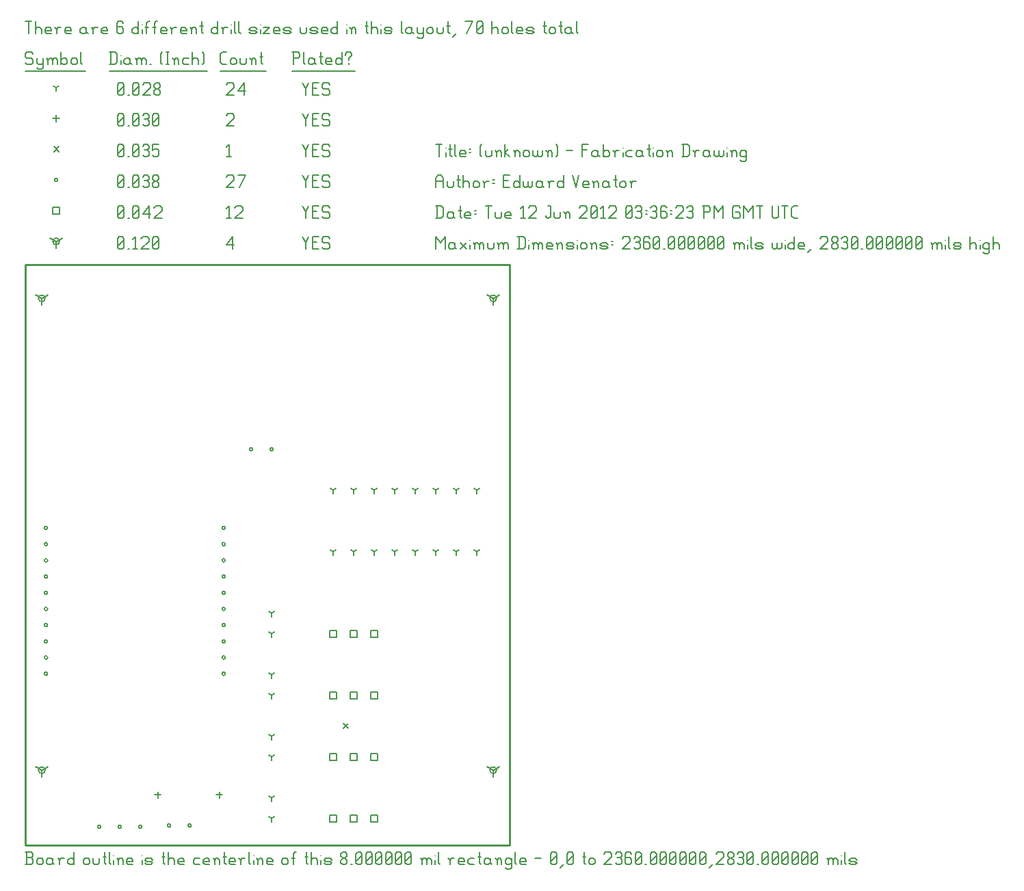
<source format=gbr>
G04 start of page 9 for group -3984 idx -3984 *
G04 Title: (unknown), fab *
G04 Creator: pcb 20110918 *
G04 CreationDate: Tue 12 Jun 2012 03:36:23 PM GMT UTC *
G04 For: ed *
G04 Format: Gerber/RS-274X *
G04 PCB-Dimensions: 236000 283000 *
G04 PCB-Coordinate-Origin: lower left *
%MOIN*%
%FSLAX25Y25*%
%LNFAB*%
%ADD63C,0.0100*%
%ADD62C,0.0075*%
%ADD61C,0.0060*%
%ADD60C,0.0001*%
%ADD59R,0.0080X0.0080*%
G54D59*X228000Y36500D02*Y33300D01*
G54D60*G36*
X227454Y36647D02*X230920Y38646D01*
X231320Y37953D01*
X227853Y35954D01*
X227454Y36647D01*
G37*
G36*
X228147Y35954D02*X224680Y37953D01*
X225080Y38646D01*
X228546Y36647D01*
X228147Y35954D01*
G37*
G54D59*X226400Y36500D02*G75*G03X229600Y36500I1600J0D01*G01*
G75*G03X226400Y36500I-1600J0D01*G01*
X8000D02*Y33300D01*
G54D60*G36*
X7454Y36647D02*X10920Y38646D01*
X11320Y37953D01*
X7853Y35954D01*
X7454Y36647D01*
G37*
G36*
X8147Y35954D02*X4680Y37953D01*
X5080Y38646D01*
X8546Y36647D01*
X8147Y35954D01*
G37*
G54D59*X6400Y36500D02*G75*G03X9600Y36500I1600J0D01*G01*
G75*G03X6400Y36500I-1600J0D01*G01*
X8000Y266500D02*Y263300D01*
G54D60*G36*
X7454Y266647D02*X10920Y268646D01*
X11320Y267953D01*
X7853Y265954D01*
X7454Y266647D01*
G37*
G36*
X8147Y265954D02*X4680Y267953D01*
X5080Y268646D01*
X8546Y266647D01*
X8147Y265954D01*
G37*
G54D59*X6400Y266500D02*G75*G03X9600Y266500I1600J0D01*G01*
G75*G03X6400Y266500I-1600J0D01*G01*
X228000D02*Y263300D01*
G54D60*G36*
X227454Y266647D02*X230920Y268646D01*
X231320Y267953D01*
X227853Y265954D01*
X227454Y266647D01*
G37*
G36*
X228147Y265954D02*X224680Y267953D01*
X225080Y268646D01*
X228546Y266647D01*
X228147Y265954D01*
G37*
G54D59*X226400Y266500D02*G75*G03X229600Y266500I1600J0D01*G01*
G75*G03X226400Y266500I-1600J0D01*G01*
X15000Y294250D02*Y291050D01*
G54D60*G36*
X14454Y294397D02*X17920Y296396D01*
X18320Y295703D01*
X14853Y293704D01*
X14454Y294397D01*
G37*
G36*
X15147Y293704D02*X11680Y295703D01*
X12080Y296396D01*
X15546Y294397D01*
X15147Y293704D01*
G37*
G54D59*X13400Y294250D02*G75*G03X16600Y294250I1600J0D01*G01*
G75*G03X13400Y294250I-1600J0D01*G01*
G54D61*X135000Y296500D02*X136500Y293500D01*
X138000Y296500D01*
X136500Y293500D02*Y290500D01*
X139800Y293800D02*X142050D01*
X139800Y290500D02*X142800D01*
X139800Y296500D02*Y290500D01*
Y296500D02*X142800D01*
X147600D02*X148350Y295750D01*
X145350Y296500D02*X147600D01*
X144600Y295750D02*X145350Y296500D01*
X144600Y295750D02*Y294250D01*
X145350Y293500D01*
X147600D01*
X148350Y292750D01*
Y291250D01*
X147600Y290500D02*X148350Y291250D01*
X145350Y290500D02*X147600D01*
X144600Y291250D02*X145350Y290500D01*
X98000Y292750D02*X101000Y296500D01*
X98000Y292750D02*X101750D01*
X101000Y296500D02*Y290500D01*
X45000Y291250D02*X45750Y290500D01*
X45000Y295750D02*Y291250D01*
Y295750D02*X45750Y296500D01*
X47250D01*
X48000Y295750D01*
Y291250D01*
X47250Y290500D02*X48000Y291250D01*
X45750Y290500D02*X47250D01*
X45000Y292000D02*X48000Y295000D01*
X49800Y290500D02*X50550D01*
X52350Y295300D02*X53550Y296500D01*
Y290500D01*
X52350D02*X54600D01*
X56400Y295750D02*X57150Y296500D01*
X59400D01*
X60150Y295750D01*
Y294250D01*
X56400Y290500D02*X60150Y294250D01*
X56400Y290500D02*X60150D01*
X61950Y291250D02*X62700Y290500D01*
X61950Y295750D02*Y291250D01*
Y295750D02*X62700Y296500D01*
X64200D01*
X64950Y295750D01*
Y291250D01*
X64200Y290500D02*X64950Y291250D01*
X62700Y290500D02*X64200D01*
X61950Y292000D02*X64950Y295000D01*
X168400Y14600D02*X171600D01*
X168400D02*Y11400D01*
X171600D01*
Y14600D02*Y11400D01*
X158400Y14600D02*X161600D01*
X158400D02*Y11400D01*
X161600D01*
Y14600D02*Y11400D01*
X148400Y14600D02*X151600D01*
X148400D02*Y11400D01*
X151600D01*
Y14600D02*Y11400D01*
X168400Y104600D02*X171600D01*
X168400D02*Y101400D01*
X171600D01*
Y104600D02*Y101400D01*
X158400Y104600D02*X161600D01*
X158400D02*Y101400D01*
X161600D01*
Y104600D02*Y101400D01*
X148400Y104600D02*X151600D01*
X148400D02*Y101400D01*
X151600D01*
Y104600D02*Y101400D01*
X168400Y44600D02*X171600D01*
X168400D02*Y41400D01*
X171600D01*
Y44600D02*Y41400D01*
X158400Y44600D02*X161600D01*
X158400D02*Y41400D01*
X161600D01*
Y44600D02*Y41400D01*
X148400Y44600D02*X151600D01*
X148400D02*Y41400D01*
X151600D01*
Y44600D02*Y41400D01*
X168400Y74600D02*X171600D01*
X168400D02*Y71400D01*
X171600D01*
Y74600D02*Y71400D01*
X158400Y74600D02*X161600D01*
X158400D02*Y71400D01*
X161600D01*
Y74600D02*Y71400D01*
X148400Y74600D02*X151600D01*
X148400D02*Y71400D01*
X151600D01*
Y74600D02*Y71400D01*
X13400Y310850D02*X16600D01*
X13400D02*Y307650D01*
X16600D01*
Y310850D02*Y307650D01*
X135000Y311500D02*X136500Y308500D01*
X138000Y311500D01*
X136500Y308500D02*Y305500D01*
X139800Y308800D02*X142050D01*
X139800Y305500D02*X142800D01*
X139800Y311500D02*Y305500D01*
Y311500D02*X142800D01*
X147600D02*X148350Y310750D01*
X145350Y311500D02*X147600D01*
X144600Y310750D02*X145350Y311500D01*
X144600Y310750D02*Y309250D01*
X145350Y308500D01*
X147600D01*
X148350Y307750D01*
Y306250D01*
X147600Y305500D02*X148350Y306250D01*
X145350Y305500D02*X147600D01*
X144600Y306250D02*X145350Y305500D01*
X98000Y310300D02*X99200Y311500D01*
Y305500D01*
X98000D02*X100250D01*
X102050Y310750D02*X102800Y311500D01*
X105050D01*
X105800Y310750D01*
Y309250D01*
X102050Y305500D02*X105800Y309250D01*
X102050Y305500D02*X105800D01*
X45000Y306250D02*X45750Y305500D01*
X45000Y310750D02*Y306250D01*
Y310750D02*X45750Y311500D01*
X47250D01*
X48000Y310750D01*
Y306250D01*
X47250Y305500D02*X48000Y306250D01*
X45750Y305500D02*X47250D01*
X45000Y307000D02*X48000Y310000D01*
X49800Y305500D02*X50550D01*
X52350Y306250D02*X53100Y305500D01*
X52350Y310750D02*Y306250D01*
Y310750D02*X53100Y311500D01*
X54600D01*
X55350Y310750D01*
Y306250D01*
X54600Y305500D02*X55350Y306250D01*
X53100Y305500D02*X54600D01*
X52350Y307000D02*X55350Y310000D01*
X57150Y307750D02*X60150Y311500D01*
X57150Y307750D02*X60900D01*
X60150Y311500D02*Y305500D01*
X62700Y310750D02*X63450Y311500D01*
X65700D01*
X66450Y310750D01*
Y309250D01*
X62700Y305500D02*X66450Y309250D01*
X62700Y305500D02*X66450D01*
X9200Y154600D02*G75*G03X10800Y154600I800J0D01*G01*
G75*G03X9200Y154600I-800J0D01*G01*
Y146700D02*G75*G03X10800Y146700I800J0D01*G01*
G75*G03X9200Y146700I-800J0D01*G01*
Y138800D02*G75*G03X10800Y138800I800J0D01*G01*
G75*G03X9200Y138800I-800J0D01*G01*
Y130900D02*G75*G03X10800Y130900I800J0D01*G01*
G75*G03X9200Y130900I-800J0D01*G01*
Y123000D02*G75*G03X10800Y123000I800J0D01*G01*
G75*G03X9200Y123000I-800J0D01*G01*
Y115100D02*G75*G03X10800Y115100I800J0D01*G01*
G75*G03X9200Y115100I-800J0D01*G01*
Y107200D02*G75*G03X10800Y107200I800J0D01*G01*
G75*G03X9200Y107200I-800J0D01*G01*
Y99300D02*G75*G03X10800Y99300I800J0D01*G01*
G75*G03X9200Y99300I-800J0D01*G01*
Y91400D02*G75*G03X10800Y91400I800J0D01*G01*
G75*G03X9200Y91400I-800J0D01*G01*
Y83500D02*G75*G03X10800Y83500I800J0D01*G01*
G75*G03X9200Y83500I-800J0D01*G01*
X95800Y154600D02*G75*G03X97400Y154600I800J0D01*G01*
G75*G03X95800Y154600I-800J0D01*G01*
Y146700D02*G75*G03X97400Y146700I800J0D01*G01*
G75*G03X95800Y146700I-800J0D01*G01*
Y138800D02*G75*G03X97400Y138800I800J0D01*G01*
G75*G03X95800Y138800I-800J0D01*G01*
Y130900D02*G75*G03X97400Y130900I800J0D01*G01*
G75*G03X95800Y130900I-800J0D01*G01*
Y123000D02*G75*G03X97400Y123000I800J0D01*G01*
G75*G03X95800Y123000I-800J0D01*G01*
Y115100D02*G75*G03X97400Y115100I800J0D01*G01*
G75*G03X95800Y115100I-800J0D01*G01*
Y107200D02*G75*G03X97400Y107200I800J0D01*G01*
G75*G03X95800Y107200I-800J0D01*G01*
Y99300D02*G75*G03X97400Y99300I800J0D01*G01*
G75*G03X95800Y99300I-800J0D01*G01*
Y91400D02*G75*G03X97400Y91400I800J0D01*G01*
G75*G03X95800Y91400I-800J0D01*G01*
Y83500D02*G75*G03X97400Y83500I800J0D01*G01*
G75*G03X95800Y83500I-800J0D01*G01*
X119200Y193000D02*G75*G03X120800Y193000I800J0D01*G01*
G75*G03X119200Y193000I-800J0D01*G01*
X109200D02*G75*G03X110800Y193000I800J0D01*G01*
G75*G03X109200Y193000I-800J0D01*G01*
X69200Y9500D02*G75*G03X70800Y9500I800J0D01*G01*
G75*G03X69200Y9500I-800J0D01*G01*
X79200D02*G75*G03X80800Y9500I800J0D01*G01*
G75*G03X79200Y9500I-800J0D01*G01*
X35200Y9000D02*G75*G03X36800Y9000I800J0D01*G01*
G75*G03X35200Y9000I-800J0D01*G01*
X45200D02*G75*G03X46800Y9000I800J0D01*G01*
G75*G03X45200Y9000I-800J0D01*G01*
X55200D02*G75*G03X56800Y9000I800J0D01*G01*
G75*G03X55200Y9000I-800J0D01*G01*
X14200Y324250D02*G75*G03X15800Y324250I800J0D01*G01*
G75*G03X14200Y324250I-800J0D01*G01*
X135000Y326500D02*X136500Y323500D01*
X138000Y326500D01*
X136500Y323500D02*Y320500D01*
X139800Y323800D02*X142050D01*
X139800Y320500D02*X142800D01*
X139800Y326500D02*Y320500D01*
Y326500D02*X142800D01*
X147600D02*X148350Y325750D01*
X145350Y326500D02*X147600D01*
X144600Y325750D02*X145350Y326500D01*
X144600Y325750D02*Y324250D01*
X145350Y323500D01*
X147600D01*
X148350Y322750D01*
Y321250D01*
X147600Y320500D02*X148350Y321250D01*
X145350Y320500D02*X147600D01*
X144600Y321250D02*X145350Y320500D01*
X98000Y325750D02*X98750Y326500D01*
X101000D01*
X101750Y325750D01*
Y324250D01*
X98000Y320500D02*X101750Y324250D01*
X98000Y320500D02*X101750D01*
X104300D02*X107300Y326500D01*
X103550D02*X107300D01*
X45000Y321250D02*X45750Y320500D01*
X45000Y325750D02*Y321250D01*
Y325750D02*X45750Y326500D01*
X47250D01*
X48000Y325750D01*
Y321250D01*
X47250Y320500D02*X48000Y321250D01*
X45750Y320500D02*X47250D01*
X45000Y322000D02*X48000Y325000D01*
X49800Y320500D02*X50550D01*
X52350Y321250D02*X53100Y320500D01*
X52350Y325750D02*Y321250D01*
Y325750D02*X53100Y326500D01*
X54600D01*
X55350Y325750D01*
Y321250D01*
X54600Y320500D02*X55350Y321250D01*
X53100Y320500D02*X54600D01*
X52350Y322000D02*X55350Y325000D01*
X57150Y325750D02*X57900Y326500D01*
X59400D01*
X60150Y325750D01*
X59400Y320500D02*X60150Y321250D01*
X57900Y320500D02*X59400D01*
X57150Y321250D02*X57900Y320500D01*
Y323800D02*X59400D01*
X60150Y325750D02*Y324550D01*
Y323050D02*Y321250D01*
Y323050D02*X59400Y323800D01*
X60150Y324550D02*X59400Y323800D01*
X61950Y321250D02*X62700Y320500D01*
X61950Y322450D02*Y321250D01*
Y322450D02*X63000Y323500D01*
X63900D01*
X64950Y322450D01*
Y321250D01*
X64200Y320500D02*X64950Y321250D01*
X62700Y320500D02*X64200D01*
X61950Y324550D02*X63000Y323500D01*
X61950Y325750D02*Y324550D01*
Y325750D02*X62700Y326500D01*
X64200D01*
X64950Y325750D01*
Y324550D01*
X63900Y323500D02*X64950Y324550D01*
X154800Y59200D02*X157200Y56800D01*
X154800D02*X157200Y59200D01*
X13800Y340450D02*X16200Y338050D01*
X13800D02*X16200Y340450D01*
X135000Y341500D02*X136500Y338500D01*
X138000Y341500D01*
X136500Y338500D02*Y335500D01*
X139800Y338800D02*X142050D01*
X139800Y335500D02*X142800D01*
X139800Y341500D02*Y335500D01*
Y341500D02*X142800D01*
X147600D02*X148350Y340750D01*
X145350Y341500D02*X147600D01*
X144600Y340750D02*X145350Y341500D01*
X144600Y340750D02*Y339250D01*
X145350Y338500D01*
X147600D01*
X148350Y337750D01*
Y336250D01*
X147600Y335500D02*X148350Y336250D01*
X145350Y335500D02*X147600D01*
X144600Y336250D02*X145350Y335500D01*
X98000Y340300D02*X99200Y341500D01*
Y335500D01*
X98000D02*X100250D01*
X45000Y336250D02*X45750Y335500D01*
X45000Y340750D02*Y336250D01*
Y340750D02*X45750Y341500D01*
X47250D01*
X48000Y340750D01*
Y336250D01*
X47250Y335500D02*X48000Y336250D01*
X45750Y335500D02*X47250D01*
X45000Y337000D02*X48000Y340000D01*
X49800Y335500D02*X50550D01*
X52350Y336250D02*X53100Y335500D01*
X52350Y340750D02*Y336250D01*
Y340750D02*X53100Y341500D01*
X54600D01*
X55350Y340750D01*
Y336250D01*
X54600Y335500D02*X55350Y336250D01*
X53100Y335500D02*X54600D01*
X52350Y337000D02*X55350Y340000D01*
X57150Y340750D02*X57900Y341500D01*
X59400D01*
X60150Y340750D01*
X59400Y335500D02*X60150Y336250D01*
X57900Y335500D02*X59400D01*
X57150Y336250D02*X57900Y335500D01*
Y338800D02*X59400D01*
X60150Y340750D02*Y339550D01*
Y338050D02*Y336250D01*
Y338050D02*X59400Y338800D01*
X60150Y339550D02*X59400Y338800D01*
X61950Y341500D02*X64950D01*
X61950D02*Y338500D01*
X62700Y339250D01*
X64200D01*
X64950Y338500D01*
Y336250D01*
X64200Y335500D02*X64950Y336250D01*
X62700Y335500D02*X64200D01*
X61950Y336250D02*X62700Y335500D01*
X94500Y26100D02*Y22900D01*
X92900Y24500D02*X96100D01*
X64500Y26100D02*Y22900D01*
X62900Y24500D02*X66100D01*
X15000Y355850D02*Y352650D01*
X13400Y354250D02*X16600D01*
X135000Y356500D02*X136500Y353500D01*
X138000Y356500D01*
X136500Y353500D02*Y350500D01*
X139800Y353800D02*X142050D01*
X139800Y350500D02*X142800D01*
X139800Y356500D02*Y350500D01*
Y356500D02*X142800D01*
X147600D02*X148350Y355750D01*
X145350Y356500D02*X147600D01*
X144600Y355750D02*X145350Y356500D01*
X144600Y355750D02*Y354250D01*
X145350Y353500D01*
X147600D01*
X148350Y352750D01*
Y351250D01*
X147600Y350500D02*X148350Y351250D01*
X145350Y350500D02*X147600D01*
X144600Y351250D02*X145350Y350500D01*
X98000Y355750D02*X98750Y356500D01*
X101000D01*
X101750Y355750D01*
Y354250D01*
X98000Y350500D02*X101750Y354250D01*
X98000Y350500D02*X101750D01*
X45000Y351250D02*X45750Y350500D01*
X45000Y355750D02*Y351250D01*
Y355750D02*X45750Y356500D01*
X47250D01*
X48000Y355750D01*
Y351250D01*
X47250Y350500D02*X48000Y351250D01*
X45750Y350500D02*X47250D01*
X45000Y352000D02*X48000Y355000D01*
X49800Y350500D02*X50550D01*
X52350Y351250D02*X53100Y350500D01*
X52350Y355750D02*Y351250D01*
Y355750D02*X53100Y356500D01*
X54600D01*
X55350Y355750D01*
Y351250D01*
X54600Y350500D02*X55350Y351250D01*
X53100Y350500D02*X54600D01*
X52350Y352000D02*X55350Y355000D01*
X57150Y355750D02*X57900Y356500D01*
X59400D01*
X60150Y355750D01*
X59400Y350500D02*X60150Y351250D01*
X57900Y350500D02*X59400D01*
X57150Y351250D02*X57900Y350500D01*
Y353800D02*X59400D01*
X60150Y355750D02*Y354550D01*
Y353050D02*Y351250D01*
Y353050D02*X59400Y353800D01*
X60150Y354550D02*X59400Y353800D01*
X61950Y351250D02*X62700Y350500D01*
X61950Y355750D02*Y351250D01*
Y355750D02*X62700Y356500D01*
X64200D01*
X64950Y355750D01*
Y351250D01*
X64200Y350500D02*X64950Y351250D01*
X62700Y350500D02*X64200D01*
X61950Y352000D02*X64950Y355000D01*
X150000Y143000D02*Y141400D01*
Y143000D02*X151387Y143800D01*
X150000Y143000D02*X148613Y143800D01*
X160000Y143000D02*Y141400D01*
Y143000D02*X161387Y143800D01*
X160000Y143000D02*X158613Y143800D01*
X170000Y143000D02*Y141400D01*
Y143000D02*X171387Y143800D01*
X170000Y143000D02*X168613Y143800D01*
X180000Y143000D02*Y141400D01*
Y143000D02*X181387Y143800D01*
X180000Y143000D02*X178613Y143800D01*
X190000Y143000D02*Y141400D01*
Y143000D02*X191387Y143800D01*
X190000Y143000D02*X188613Y143800D01*
X200000Y143000D02*Y141400D01*
Y143000D02*X201387Y143800D01*
X200000Y143000D02*X198613Y143800D01*
X210000Y143000D02*Y141400D01*
Y143000D02*X211387Y143800D01*
X210000Y143000D02*X208613Y143800D01*
X220000Y143000D02*Y141400D01*
Y143000D02*X221387Y143800D01*
X220000Y143000D02*X218613Y143800D01*
X220000Y173000D02*Y171400D01*
Y173000D02*X221387Y173800D01*
X220000Y173000D02*X218613Y173800D01*
X210000Y173000D02*Y171400D01*
Y173000D02*X211387Y173800D01*
X210000Y173000D02*X208613Y173800D01*
X200000Y173000D02*Y171400D01*
Y173000D02*X201387Y173800D01*
X200000Y173000D02*X198613Y173800D01*
X190000Y173000D02*Y171400D01*
Y173000D02*X191387Y173800D01*
X190000Y173000D02*X188613Y173800D01*
X180000Y173000D02*Y171400D01*
Y173000D02*X181387Y173800D01*
X180000Y173000D02*X178613Y173800D01*
X170000Y173000D02*Y171400D01*
Y173000D02*X171387Y173800D01*
X170000Y173000D02*X168613Y173800D01*
X160000Y173000D02*Y171400D01*
Y173000D02*X161387Y173800D01*
X160000Y173000D02*X158613Y173800D01*
X150000Y173000D02*Y171400D01*
Y173000D02*X151387Y173800D01*
X150000Y173000D02*X148613Y173800D01*
X120000Y23000D02*Y21400D01*
Y23000D02*X121387Y23800D01*
X120000Y23000D02*X118613Y23800D01*
X120000Y13000D02*Y11400D01*
Y13000D02*X121387Y13800D01*
X120000Y13000D02*X118613Y13800D01*
X120000Y113000D02*Y111400D01*
Y113000D02*X121387Y113800D01*
X120000Y113000D02*X118613Y113800D01*
X120000Y103000D02*Y101400D01*
Y103000D02*X121387Y103800D01*
X120000Y103000D02*X118613Y103800D01*
X120000Y83000D02*Y81400D01*
Y83000D02*X121387Y83800D01*
X120000Y83000D02*X118613Y83800D01*
X120000Y73000D02*Y71400D01*
Y73000D02*X121387Y73800D01*
X120000Y73000D02*X118613Y73800D01*
X120000Y53000D02*Y51400D01*
Y53000D02*X121387Y53800D01*
X120000Y53000D02*X118613Y53800D01*
X120000Y43000D02*Y41400D01*
Y43000D02*X121387Y43800D01*
X120000Y43000D02*X118613Y43800D01*
X15000Y369250D02*Y367650D01*
Y369250D02*X16387Y370050D01*
X15000Y369250D02*X13613Y370050D01*
X135000Y371500D02*X136500Y368500D01*
X138000Y371500D01*
X136500Y368500D02*Y365500D01*
X139800Y368800D02*X142050D01*
X139800Y365500D02*X142800D01*
X139800Y371500D02*Y365500D01*
Y371500D02*X142800D01*
X147600D02*X148350Y370750D01*
X145350Y371500D02*X147600D01*
X144600Y370750D02*X145350Y371500D01*
X144600Y370750D02*Y369250D01*
X145350Y368500D01*
X147600D01*
X148350Y367750D01*
Y366250D01*
X147600Y365500D02*X148350Y366250D01*
X145350Y365500D02*X147600D01*
X144600Y366250D02*X145350Y365500D01*
X98000Y370750D02*X98750Y371500D01*
X101000D01*
X101750Y370750D01*
Y369250D01*
X98000Y365500D02*X101750Y369250D01*
X98000Y365500D02*X101750D01*
X103550Y367750D02*X106550Y371500D01*
X103550Y367750D02*X107300D01*
X106550Y371500D02*Y365500D01*
X45000Y366250D02*X45750Y365500D01*
X45000Y370750D02*Y366250D01*
Y370750D02*X45750Y371500D01*
X47250D01*
X48000Y370750D01*
Y366250D01*
X47250Y365500D02*X48000Y366250D01*
X45750Y365500D02*X47250D01*
X45000Y367000D02*X48000Y370000D01*
X49800Y365500D02*X50550D01*
X52350Y366250D02*X53100Y365500D01*
X52350Y370750D02*Y366250D01*
Y370750D02*X53100Y371500D01*
X54600D01*
X55350Y370750D01*
Y366250D01*
X54600Y365500D02*X55350Y366250D01*
X53100Y365500D02*X54600D01*
X52350Y367000D02*X55350Y370000D01*
X57150Y370750D02*X57900Y371500D01*
X60150D01*
X60900Y370750D01*
Y369250D01*
X57150Y365500D02*X60900Y369250D01*
X57150Y365500D02*X60900D01*
X62700Y366250D02*X63450Y365500D01*
X62700Y367450D02*Y366250D01*
Y367450D02*X63750Y368500D01*
X64650D01*
X65700Y367450D01*
Y366250D01*
X64950Y365500D02*X65700Y366250D01*
X63450Y365500D02*X64950D01*
X62700Y369550D02*X63750Y368500D01*
X62700Y370750D02*Y369550D01*
Y370750D02*X63450Y371500D01*
X64950D01*
X65700Y370750D01*
Y369550D01*
X64650Y368500D02*X65700Y369550D01*
X3000Y386500D02*X3750Y385750D01*
X750Y386500D02*X3000D01*
X0Y385750D02*X750Y386500D01*
X0Y385750D02*Y384250D01*
X750Y383500D01*
X3000D01*
X3750Y382750D01*
Y381250D01*
X3000Y380500D02*X3750Y381250D01*
X750Y380500D02*X3000D01*
X0Y381250D02*X750Y380500D01*
X5550Y383500D02*Y381250D01*
X6300Y380500D01*
X8550Y383500D02*Y379000D01*
X7800Y378250D02*X8550Y379000D01*
X6300Y378250D02*X7800D01*
X5550Y379000D02*X6300Y378250D01*
Y380500D02*X7800D01*
X8550Y381250D01*
X11100Y382750D02*Y380500D01*
Y382750D02*X11850Y383500D01*
X12600D01*
X13350Y382750D01*
Y380500D01*
Y382750D02*X14100Y383500D01*
X14850D01*
X15600Y382750D01*
Y380500D01*
X10350Y383500D02*X11100Y382750D01*
X17400Y386500D02*Y380500D01*
Y381250D02*X18150Y380500D01*
X19650D01*
X20400Y381250D01*
Y382750D02*Y381250D01*
X19650Y383500D02*X20400Y382750D01*
X18150Y383500D02*X19650D01*
X17400Y382750D02*X18150Y383500D01*
X22200Y382750D02*Y381250D01*
Y382750D02*X22950Y383500D01*
X24450D01*
X25200Y382750D01*
Y381250D01*
X24450Y380500D02*X25200Y381250D01*
X22950Y380500D02*X24450D01*
X22200Y381250D02*X22950Y380500D01*
X27000Y386500D02*Y381250D01*
X27750Y380500D01*
X0Y377250D02*X29250D01*
X41750Y386500D02*Y380500D01*
X43700Y386500D02*X44750Y385450D01*
Y381550D01*
X43700Y380500D02*X44750Y381550D01*
X41000Y380500D02*X43700D01*
X41000Y386500D02*X43700D01*
G54D62*X46550Y385000D02*Y384850D01*
G54D61*Y382750D02*Y380500D01*
X50300Y383500D02*X51050Y382750D01*
X48800Y383500D02*X50300D01*
X48050Y382750D02*X48800Y383500D01*
X48050Y382750D02*Y381250D01*
X48800Y380500D01*
X51050Y383500D02*Y381250D01*
X51800Y380500D01*
X48800D02*X50300D01*
X51050Y381250D01*
X54350Y382750D02*Y380500D01*
Y382750D02*X55100Y383500D01*
X55850D01*
X56600Y382750D01*
Y380500D01*
Y382750D02*X57350Y383500D01*
X58100D01*
X58850Y382750D01*
Y380500D01*
X53600Y383500D02*X54350Y382750D01*
X60650Y380500D02*X61400D01*
X65900Y381250D02*X66650Y380500D01*
X65900Y385750D02*X66650Y386500D01*
X65900Y385750D02*Y381250D01*
X68450Y386500D02*X69950D01*
X69200D02*Y380500D01*
X68450D02*X69950D01*
X72500Y382750D02*Y380500D01*
Y382750D02*X73250Y383500D01*
X74000D01*
X74750Y382750D01*
Y380500D01*
X71750Y383500D02*X72500Y382750D01*
X77300Y383500D02*X79550D01*
X76550Y382750D02*X77300Y383500D01*
X76550Y382750D02*Y381250D01*
X77300Y380500D01*
X79550D01*
X81350Y386500D02*Y380500D01*
Y382750D02*X82100Y383500D01*
X83600D01*
X84350Y382750D01*
Y380500D01*
X86150Y386500D02*X86900Y385750D01*
Y381250D01*
X86150Y380500D02*X86900Y381250D01*
X41000Y377250D02*X88700D01*
X96050Y380500D02*X98000D01*
X95000Y381550D02*X96050Y380500D01*
X95000Y385450D02*Y381550D01*
Y385450D02*X96050Y386500D01*
X98000D01*
X99800Y382750D02*Y381250D01*
Y382750D02*X100550Y383500D01*
X102050D01*
X102800Y382750D01*
Y381250D01*
X102050Y380500D02*X102800Y381250D01*
X100550Y380500D02*X102050D01*
X99800Y381250D02*X100550Y380500D01*
X104600Y383500D02*Y381250D01*
X105350Y380500D01*
X106850D01*
X107600Y381250D01*
Y383500D02*Y381250D01*
X110150Y382750D02*Y380500D01*
Y382750D02*X110900Y383500D01*
X111650D01*
X112400Y382750D01*
Y380500D01*
X109400Y383500D02*X110150Y382750D01*
X114950Y386500D02*Y381250D01*
X115700Y380500D01*
X114200Y384250D02*X115700D01*
X95000Y377250D02*X117200D01*
X130750Y386500D02*Y380500D01*
X130000Y386500D02*X133000D01*
X133750Y385750D01*
Y384250D01*
X133000Y383500D02*X133750Y384250D01*
X130750Y383500D02*X133000D01*
X135550Y386500D02*Y381250D01*
X136300Y380500D01*
X140050Y383500D02*X140800Y382750D01*
X138550Y383500D02*X140050D01*
X137800Y382750D02*X138550Y383500D01*
X137800Y382750D02*Y381250D01*
X138550Y380500D01*
X140800Y383500D02*Y381250D01*
X141550Y380500D01*
X138550D02*X140050D01*
X140800Y381250D01*
X144100Y386500D02*Y381250D01*
X144850Y380500D01*
X143350Y384250D02*X144850D01*
X147100Y380500D02*X149350D01*
X146350Y381250D02*X147100Y380500D01*
X146350Y382750D02*Y381250D01*
Y382750D02*X147100Y383500D01*
X148600D01*
X149350Y382750D01*
X146350Y382000D02*X149350D01*
Y382750D02*Y382000D01*
X154150Y386500D02*Y380500D01*
X153400D02*X154150Y381250D01*
X151900Y380500D02*X153400D01*
X151150Y381250D02*X151900Y380500D01*
X151150Y382750D02*Y381250D01*
Y382750D02*X151900Y383500D01*
X153400D01*
X154150Y382750D01*
X157450Y383500D02*Y382750D01*
Y381250D02*Y380500D01*
X155950Y385750D02*Y385000D01*
Y385750D02*X156700Y386500D01*
X158200D01*
X158950Y385750D01*
Y385000D01*
X157450Y383500D02*X158950Y385000D01*
X130000Y377250D02*X160750D01*
X0Y401500D02*X3000D01*
X1500D02*Y395500D01*
X4800Y401500D02*Y395500D01*
Y397750D02*X5550Y398500D01*
X7050D01*
X7800Y397750D01*
Y395500D01*
X10350D02*X12600D01*
X9600Y396250D02*X10350Y395500D01*
X9600Y397750D02*Y396250D01*
Y397750D02*X10350Y398500D01*
X11850D01*
X12600Y397750D01*
X9600Y397000D02*X12600D01*
Y397750D02*Y397000D01*
X15150Y397750D02*Y395500D01*
Y397750D02*X15900Y398500D01*
X17400D01*
X14400D02*X15150Y397750D01*
X19950Y395500D02*X22200D01*
X19200Y396250D02*X19950Y395500D01*
X19200Y397750D02*Y396250D01*
Y397750D02*X19950Y398500D01*
X21450D01*
X22200Y397750D01*
X19200Y397000D02*X22200D01*
Y397750D02*Y397000D01*
X28950Y398500D02*X29700Y397750D01*
X27450Y398500D02*X28950D01*
X26700Y397750D02*X27450Y398500D01*
X26700Y397750D02*Y396250D01*
X27450Y395500D01*
X29700Y398500D02*Y396250D01*
X30450Y395500D01*
X27450D02*X28950D01*
X29700Y396250D01*
X33000Y397750D02*Y395500D01*
Y397750D02*X33750Y398500D01*
X35250D01*
X32250D02*X33000Y397750D01*
X37800Y395500D02*X40050D01*
X37050Y396250D02*X37800Y395500D01*
X37050Y397750D02*Y396250D01*
Y397750D02*X37800Y398500D01*
X39300D01*
X40050Y397750D01*
X37050Y397000D02*X40050D01*
Y397750D02*Y397000D01*
X46800Y401500D02*X47550Y400750D01*
X45300Y401500D02*X46800D01*
X44550Y400750D02*X45300Y401500D01*
X44550Y400750D02*Y396250D01*
X45300Y395500D01*
X46800Y398800D02*X47550Y398050D01*
X44550Y398800D02*X46800D01*
X45300Y395500D02*X46800D01*
X47550Y396250D01*
Y398050D02*Y396250D01*
X55050Y401500D02*Y395500D01*
X54300D02*X55050Y396250D01*
X52800Y395500D02*X54300D01*
X52050Y396250D02*X52800Y395500D01*
X52050Y397750D02*Y396250D01*
Y397750D02*X52800Y398500D01*
X54300D01*
X55050Y397750D01*
G54D62*X56850Y400000D02*Y399850D01*
G54D61*Y397750D02*Y395500D01*
X59100Y400750D02*Y395500D01*
Y400750D02*X59850Y401500D01*
X60600D01*
X58350Y398500D02*X59850D01*
X62850Y400750D02*Y395500D01*
Y400750D02*X63600Y401500D01*
X64350D01*
X62100Y398500D02*X63600D01*
X66600Y395500D02*X68850D01*
X65850Y396250D02*X66600Y395500D01*
X65850Y397750D02*Y396250D01*
Y397750D02*X66600Y398500D01*
X68100D01*
X68850Y397750D01*
X65850Y397000D02*X68850D01*
Y397750D02*Y397000D01*
X71400Y397750D02*Y395500D01*
Y397750D02*X72150Y398500D01*
X73650D01*
X70650D02*X71400Y397750D01*
X76200Y395500D02*X78450D01*
X75450Y396250D02*X76200Y395500D01*
X75450Y397750D02*Y396250D01*
Y397750D02*X76200Y398500D01*
X77700D01*
X78450Y397750D01*
X75450Y397000D02*X78450D01*
Y397750D02*Y397000D01*
X81000Y397750D02*Y395500D01*
Y397750D02*X81750Y398500D01*
X82500D01*
X83250Y397750D01*
Y395500D01*
X80250Y398500D02*X81000Y397750D01*
X85800Y401500D02*Y396250D01*
X86550Y395500D01*
X85050Y399250D02*X86550D01*
X93750Y401500D02*Y395500D01*
X93000D02*X93750Y396250D01*
X91500Y395500D02*X93000D01*
X90750Y396250D02*X91500Y395500D01*
X90750Y397750D02*Y396250D01*
Y397750D02*X91500Y398500D01*
X93000D01*
X93750Y397750D01*
X96300D02*Y395500D01*
Y397750D02*X97050Y398500D01*
X98550D01*
X95550D02*X96300Y397750D01*
G54D62*X100350Y400000D02*Y399850D01*
G54D61*Y397750D02*Y395500D01*
X101850Y401500D02*Y396250D01*
X102600Y395500D01*
X104100Y401500D02*Y396250D01*
X104850Y395500D01*
X109800D02*X112050D01*
X112800Y396250D01*
X112050Y397000D02*X112800Y396250D01*
X109800Y397000D02*X112050D01*
X109050Y397750D02*X109800Y397000D01*
X109050Y397750D02*X109800Y398500D01*
X112050D01*
X112800Y397750D01*
X109050Y396250D02*X109800Y395500D01*
G54D62*X114600Y400000D02*Y399850D01*
G54D61*Y397750D02*Y395500D01*
X116100Y398500D02*X119100D01*
X116100Y395500D02*X119100Y398500D01*
X116100Y395500D02*X119100D01*
X121650D02*X123900D01*
X120900Y396250D02*X121650Y395500D01*
X120900Y397750D02*Y396250D01*
Y397750D02*X121650Y398500D01*
X123150D01*
X123900Y397750D01*
X120900Y397000D02*X123900D01*
Y397750D02*Y397000D01*
X126450Y395500D02*X128700D01*
X129450Y396250D01*
X128700Y397000D02*X129450Y396250D01*
X126450Y397000D02*X128700D01*
X125700Y397750D02*X126450Y397000D01*
X125700Y397750D02*X126450Y398500D01*
X128700D01*
X129450Y397750D01*
X125700Y396250D02*X126450Y395500D01*
X133950Y398500D02*Y396250D01*
X134700Y395500D01*
X136200D01*
X136950Y396250D01*
Y398500D02*Y396250D01*
X139500Y395500D02*X141750D01*
X142500Y396250D01*
X141750Y397000D02*X142500Y396250D01*
X139500Y397000D02*X141750D01*
X138750Y397750D02*X139500Y397000D01*
X138750Y397750D02*X139500Y398500D01*
X141750D01*
X142500Y397750D01*
X138750Y396250D02*X139500Y395500D01*
X145050D02*X147300D01*
X144300Y396250D02*X145050Y395500D01*
X144300Y397750D02*Y396250D01*
Y397750D02*X145050Y398500D01*
X146550D01*
X147300Y397750D01*
X144300Y397000D02*X147300D01*
Y397750D02*Y397000D01*
X152100Y401500D02*Y395500D01*
X151350D02*X152100Y396250D01*
X149850Y395500D02*X151350D01*
X149100Y396250D02*X149850Y395500D01*
X149100Y397750D02*Y396250D01*
Y397750D02*X149850Y398500D01*
X151350D01*
X152100Y397750D01*
G54D62*X156600Y400000D02*Y399850D01*
G54D61*Y397750D02*Y395500D01*
X158850Y397750D02*Y395500D01*
Y397750D02*X159600Y398500D01*
X160350D01*
X161100Y397750D01*
Y395500D01*
X158100Y398500D02*X158850Y397750D01*
X166350Y401500D02*Y396250D01*
X167100Y395500D01*
X165600Y399250D02*X167100D01*
X168600Y401500D02*Y395500D01*
Y397750D02*X169350Y398500D01*
X170850D01*
X171600Y397750D01*
Y395500D01*
G54D62*X173400Y400000D02*Y399850D01*
G54D61*Y397750D02*Y395500D01*
X175650D02*X177900D01*
X178650Y396250D01*
X177900Y397000D02*X178650Y396250D01*
X175650Y397000D02*X177900D01*
X174900Y397750D02*X175650Y397000D01*
X174900Y397750D02*X175650Y398500D01*
X177900D01*
X178650Y397750D01*
X174900Y396250D02*X175650Y395500D01*
X183150Y401500D02*Y396250D01*
X183900Y395500D01*
X187650Y398500D02*X188400Y397750D01*
X186150Y398500D02*X187650D01*
X185400Y397750D02*X186150Y398500D01*
X185400Y397750D02*Y396250D01*
X186150Y395500D01*
X188400Y398500D02*Y396250D01*
X189150Y395500D01*
X186150D02*X187650D01*
X188400Y396250D01*
X190950Y398500D02*Y396250D01*
X191700Y395500D01*
X193950Y398500D02*Y394000D01*
X193200Y393250D02*X193950Y394000D01*
X191700Y393250D02*X193200D01*
X190950Y394000D02*X191700Y393250D01*
Y395500D02*X193200D01*
X193950Y396250D01*
X195750Y397750D02*Y396250D01*
Y397750D02*X196500Y398500D01*
X198000D01*
X198750Y397750D01*
Y396250D01*
X198000Y395500D02*X198750Y396250D01*
X196500Y395500D02*X198000D01*
X195750Y396250D02*X196500Y395500D01*
X200550Y398500D02*Y396250D01*
X201300Y395500D01*
X202800D01*
X203550Y396250D01*
Y398500D02*Y396250D01*
X206100Y401500D02*Y396250D01*
X206850Y395500D01*
X205350Y399250D02*X206850D01*
X208350Y394000D02*X209850Y395500D01*
X215100D02*X218100Y401500D01*
X214350D02*X218100D01*
X219900Y396250D02*X220650Y395500D01*
X219900Y400750D02*Y396250D01*
Y400750D02*X220650Y401500D01*
X222150D01*
X222900Y400750D01*
Y396250D01*
X222150Y395500D02*X222900Y396250D01*
X220650Y395500D02*X222150D01*
X219900Y397000D02*X222900Y400000D01*
X227400Y401500D02*Y395500D01*
Y397750D02*X228150Y398500D01*
X229650D01*
X230400Y397750D01*
Y395500D01*
X232200Y397750D02*Y396250D01*
Y397750D02*X232950Y398500D01*
X234450D01*
X235200Y397750D01*
Y396250D01*
X234450Y395500D02*X235200Y396250D01*
X232950Y395500D02*X234450D01*
X232200Y396250D02*X232950Y395500D01*
X237000Y401500D02*Y396250D01*
X237750Y395500D01*
X240000D02*X242250D01*
X239250Y396250D02*X240000Y395500D01*
X239250Y397750D02*Y396250D01*
Y397750D02*X240000Y398500D01*
X241500D01*
X242250Y397750D01*
X239250Y397000D02*X242250D01*
Y397750D02*Y397000D01*
X244800Y395500D02*X247050D01*
X247800Y396250D01*
X247050Y397000D02*X247800Y396250D01*
X244800Y397000D02*X247050D01*
X244050Y397750D02*X244800Y397000D01*
X244050Y397750D02*X244800Y398500D01*
X247050D01*
X247800Y397750D01*
X244050Y396250D02*X244800Y395500D01*
X253050Y401500D02*Y396250D01*
X253800Y395500D01*
X252300Y399250D02*X253800D01*
X255300Y397750D02*Y396250D01*
Y397750D02*X256050Y398500D01*
X257550D01*
X258300Y397750D01*
Y396250D01*
X257550Y395500D02*X258300Y396250D01*
X256050Y395500D02*X257550D01*
X255300Y396250D02*X256050Y395500D01*
X260850Y401500D02*Y396250D01*
X261600Y395500D01*
X260100Y399250D02*X261600D01*
X265350Y398500D02*X266100Y397750D01*
X263850Y398500D02*X265350D01*
X263100Y397750D02*X263850Y398500D01*
X263100Y397750D02*Y396250D01*
X263850Y395500D01*
X266100Y398500D02*Y396250D01*
X266850Y395500D01*
X263850D02*X265350D01*
X266100Y396250D01*
X268650Y401500D02*Y396250D01*
X269400Y395500D01*
G54D63*X0Y283000D02*X236000D01*
X0D02*Y0D01*
X236000Y283000D02*Y0D01*
X0D02*X236000D01*
G54D61*X200000Y296500D02*Y290500D01*
Y296500D02*X202250Y293500D01*
X204500Y296500D01*
Y290500D01*
X208550Y293500D02*X209300Y292750D01*
X207050Y293500D02*X208550D01*
X206300Y292750D02*X207050Y293500D01*
X206300Y292750D02*Y291250D01*
X207050Y290500D01*
X209300Y293500D02*Y291250D01*
X210050Y290500D01*
X207050D02*X208550D01*
X209300Y291250D01*
X211850Y293500D02*X214850Y290500D01*
X211850D02*X214850Y293500D01*
G54D62*X216650Y295000D02*Y294850D01*
G54D61*Y292750D02*Y290500D01*
X218900Y292750D02*Y290500D01*
Y292750D02*X219650Y293500D01*
X220400D01*
X221150Y292750D01*
Y290500D01*
Y292750D02*X221900Y293500D01*
X222650D01*
X223400Y292750D01*
Y290500D01*
X218150Y293500D02*X218900Y292750D01*
X225200Y293500D02*Y291250D01*
X225950Y290500D01*
X227450D01*
X228200Y291250D01*
Y293500D02*Y291250D01*
X230750Y292750D02*Y290500D01*
Y292750D02*X231500Y293500D01*
X232250D01*
X233000Y292750D01*
Y290500D01*
Y292750D02*X233750Y293500D01*
X234500D01*
X235250Y292750D01*
Y290500D01*
X230000Y293500D02*X230750Y292750D01*
X240500Y296500D02*Y290500D01*
X242450Y296500D02*X243500Y295450D01*
Y291550D01*
X242450Y290500D02*X243500Y291550D01*
X239750Y290500D02*X242450D01*
X239750Y296500D02*X242450D01*
G54D62*X245300Y295000D02*Y294850D01*
G54D61*Y292750D02*Y290500D01*
X247550Y292750D02*Y290500D01*
Y292750D02*X248300Y293500D01*
X249050D01*
X249800Y292750D01*
Y290500D01*
Y292750D02*X250550Y293500D01*
X251300D01*
X252050Y292750D01*
Y290500D01*
X246800Y293500D02*X247550Y292750D01*
X254600Y290500D02*X256850D01*
X253850Y291250D02*X254600Y290500D01*
X253850Y292750D02*Y291250D01*
Y292750D02*X254600Y293500D01*
X256100D01*
X256850Y292750D01*
X253850Y292000D02*X256850D01*
Y292750D02*Y292000D01*
X259400Y292750D02*Y290500D01*
Y292750D02*X260150Y293500D01*
X260900D01*
X261650Y292750D01*
Y290500D01*
X258650Y293500D02*X259400Y292750D01*
X264200Y290500D02*X266450D01*
X267200Y291250D01*
X266450Y292000D02*X267200Y291250D01*
X264200Y292000D02*X266450D01*
X263450Y292750D02*X264200Y292000D01*
X263450Y292750D02*X264200Y293500D01*
X266450D01*
X267200Y292750D01*
X263450Y291250D02*X264200Y290500D01*
G54D62*X269000Y295000D02*Y294850D01*
G54D61*Y292750D02*Y290500D01*
X270500Y292750D02*Y291250D01*
Y292750D02*X271250Y293500D01*
X272750D01*
X273500Y292750D01*
Y291250D01*
X272750Y290500D02*X273500Y291250D01*
X271250Y290500D02*X272750D01*
X270500Y291250D02*X271250Y290500D01*
X276050Y292750D02*Y290500D01*
Y292750D02*X276800Y293500D01*
X277550D01*
X278300Y292750D01*
Y290500D01*
X275300Y293500D02*X276050Y292750D01*
X280850Y290500D02*X283100D01*
X283850Y291250D01*
X283100Y292000D02*X283850Y291250D01*
X280850Y292000D02*X283100D01*
X280100Y292750D02*X280850Y292000D01*
X280100Y292750D02*X280850Y293500D01*
X283100D01*
X283850Y292750D01*
X280100Y291250D02*X280850Y290500D01*
X285650Y294250D02*X286400D01*
X285650Y292750D02*X286400D01*
X290900Y295750D02*X291650Y296500D01*
X293900D01*
X294650Y295750D01*
Y294250D01*
X290900Y290500D02*X294650Y294250D01*
X290900Y290500D02*X294650D01*
X296450Y295750D02*X297200Y296500D01*
X298700D01*
X299450Y295750D01*
X298700Y290500D02*X299450Y291250D01*
X297200Y290500D02*X298700D01*
X296450Y291250D02*X297200Y290500D01*
Y293800D02*X298700D01*
X299450Y295750D02*Y294550D01*
Y293050D02*Y291250D01*
Y293050D02*X298700Y293800D01*
X299450Y294550D02*X298700Y293800D01*
X303500Y296500D02*X304250Y295750D01*
X302000Y296500D02*X303500D01*
X301250Y295750D02*X302000Y296500D01*
X301250Y295750D02*Y291250D01*
X302000Y290500D01*
X303500Y293800D02*X304250Y293050D01*
X301250Y293800D02*X303500D01*
X302000Y290500D02*X303500D01*
X304250Y291250D01*
Y293050D02*Y291250D01*
X306050D02*X306800Y290500D01*
X306050Y295750D02*Y291250D01*
Y295750D02*X306800Y296500D01*
X308300D01*
X309050Y295750D01*
Y291250D01*
X308300Y290500D02*X309050Y291250D01*
X306800Y290500D02*X308300D01*
X306050Y292000D02*X309050Y295000D01*
X310850Y290500D02*X311600D01*
X313400Y291250D02*X314150Y290500D01*
X313400Y295750D02*Y291250D01*
Y295750D02*X314150Y296500D01*
X315650D01*
X316400Y295750D01*
Y291250D01*
X315650Y290500D02*X316400Y291250D01*
X314150Y290500D02*X315650D01*
X313400Y292000D02*X316400Y295000D01*
X318200Y291250D02*X318950Y290500D01*
X318200Y295750D02*Y291250D01*
Y295750D02*X318950Y296500D01*
X320450D01*
X321200Y295750D01*
Y291250D01*
X320450Y290500D02*X321200Y291250D01*
X318950Y290500D02*X320450D01*
X318200Y292000D02*X321200Y295000D01*
X323000Y291250D02*X323750Y290500D01*
X323000Y295750D02*Y291250D01*
Y295750D02*X323750Y296500D01*
X325250D01*
X326000Y295750D01*
Y291250D01*
X325250Y290500D02*X326000Y291250D01*
X323750Y290500D02*X325250D01*
X323000Y292000D02*X326000Y295000D01*
X327800Y291250D02*X328550Y290500D01*
X327800Y295750D02*Y291250D01*
Y295750D02*X328550Y296500D01*
X330050D01*
X330800Y295750D01*
Y291250D01*
X330050Y290500D02*X330800Y291250D01*
X328550Y290500D02*X330050D01*
X327800Y292000D02*X330800Y295000D01*
X332600Y291250D02*X333350Y290500D01*
X332600Y295750D02*Y291250D01*
Y295750D02*X333350Y296500D01*
X334850D01*
X335600Y295750D01*
Y291250D01*
X334850Y290500D02*X335600Y291250D01*
X333350Y290500D02*X334850D01*
X332600Y292000D02*X335600Y295000D01*
X337400Y291250D02*X338150Y290500D01*
X337400Y295750D02*Y291250D01*
Y295750D02*X338150Y296500D01*
X339650D01*
X340400Y295750D01*
Y291250D01*
X339650Y290500D02*X340400Y291250D01*
X338150Y290500D02*X339650D01*
X337400Y292000D02*X340400Y295000D01*
X345650Y292750D02*Y290500D01*
Y292750D02*X346400Y293500D01*
X347150D01*
X347900Y292750D01*
Y290500D01*
Y292750D02*X348650Y293500D01*
X349400D01*
X350150Y292750D01*
Y290500D01*
X344900Y293500D02*X345650Y292750D01*
G54D62*X351950Y295000D02*Y294850D01*
G54D61*Y292750D02*Y290500D01*
X353450Y296500D02*Y291250D01*
X354200Y290500D01*
X356450D02*X358700D01*
X359450Y291250D01*
X358700Y292000D02*X359450Y291250D01*
X356450Y292000D02*X358700D01*
X355700Y292750D02*X356450Y292000D01*
X355700Y292750D02*X356450Y293500D01*
X358700D01*
X359450Y292750D01*
X355700Y291250D02*X356450Y290500D01*
X363950Y293500D02*Y291250D01*
X364700Y290500D01*
X365450D01*
X366200Y291250D01*
Y293500D02*Y291250D01*
X366950Y290500D01*
X367700D01*
X368450Y291250D01*
Y293500D02*Y291250D01*
G54D62*X370250Y295000D02*Y294850D01*
G54D61*Y292750D02*Y290500D01*
X374750Y296500D02*Y290500D01*
X374000D02*X374750Y291250D01*
X372500Y290500D02*X374000D01*
X371750Y291250D02*X372500Y290500D01*
X371750Y292750D02*Y291250D01*
Y292750D02*X372500Y293500D01*
X374000D01*
X374750Y292750D01*
X377300Y290500D02*X379550D01*
X376550Y291250D02*X377300Y290500D01*
X376550Y292750D02*Y291250D01*
Y292750D02*X377300Y293500D01*
X378800D01*
X379550Y292750D01*
X376550Y292000D02*X379550D01*
Y292750D02*Y292000D01*
X381350Y289000D02*X382850Y290500D01*
X387350Y295750D02*X388100Y296500D01*
X390350D01*
X391100Y295750D01*
Y294250D01*
X387350Y290500D02*X391100Y294250D01*
X387350Y290500D02*X391100D01*
X392900Y291250D02*X393650Y290500D01*
X392900Y292450D02*Y291250D01*
Y292450D02*X393950Y293500D01*
X394850D01*
X395900Y292450D01*
Y291250D01*
X395150Y290500D02*X395900Y291250D01*
X393650Y290500D02*X395150D01*
X392900Y294550D02*X393950Y293500D01*
X392900Y295750D02*Y294550D01*
Y295750D02*X393650Y296500D01*
X395150D01*
X395900Y295750D01*
Y294550D01*
X394850Y293500D02*X395900Y294550D01*
X397700Y295750D02*X398450Y296500D01*
X399950D01*
X400700Y295750D01*
X399950Y290500D02*X400700Y291250D01*
X398450Y290500D02*X399950D01*
X397700Y291250D02*X398450Y290500D01*
Y293800D02*X399950D01*
X400700Y295750D02*Y294550D01*
Y293050D02*Y291250D01*
Y293050D02*X399950Y293800D01*
X400700Y294550D02*X399950Y293800D01*
X402500Y291250D02*X403250Y290500D01*
X402500Y295750D02*Y291250D01*
Y295750D02*X403250Y296500D01*
X404750D01*
X405500Y295750D01*
Y291250D01*
X404750Y290500D02*X405500Y291250D01*
X403250Y290500D02*X404750D01*
X402500Y292000D02*X405500Y295000D01*
X407300Y290500D02*X408050D01*
X409850Y291250D02*X410600Y290500D01*
X409850Y295750D02*Y291250D01*
Y295750D02*X410600Y296500D01*
X412100D01*
X412850Y295750D01*
Y291250D01*
X412100Y290500D02*X412850Y291250D01*
X410600Y290500D02*X412100D01*
X409850Y292000D02*X412850Y295000D01*
X414650Y291250D02*X415400Y290500D01*
X414650Y295750D02*Y291250D01*
Y295750D02*X415400Y296500D01*
X416900D01*
X417650Y295750D01*
Y291250D01*
X416900Y290500D02*X417650Y291250D01*
X415400Y290500D02*X416900D01*
X414650Y292000D02*X417650Y295000D01*
X419450Y291250D02*X420200Y290500D01*
X419450Y295750D02*Y291250D01*
Y295750D02*X420200Y296500D01*
X421700D01*
X422450Y295750D01*
Y291250D01*
X421700Y290500D02*X422450Y291250D01*
X420200Y290500D02*X421700D01*
X419450Y292000D02*X422450Y295000D01*
X424250Y291250D02*X425000Y290500D01*
X424250Y295750D02*Y291250D01*
Y295750D02*X425000Y296500D01*
X426500D01*
X427250Y295750D01*
Y291250D01*
X426500Y290500D02*X427250Y291250D01*
X425000Y290500D02*X426500D01*
X424250Y292000D02*X427250Y295000D01*
X429050Y291250D02*X429800Y290500D01*
X429050Y295750D02*Y291250D01*
Y295750D02*X429800Y296500D01*
X431300D01*
X432050Y295750D01*
Y291250D01*
X431300Y290500D02*X432050Y291250D01*
X429800Y290500D02*X431300D01*
X429050Y292000D02*X432050Y295000D01*
X433850Y291250D02*X434600Y290500D01*
X433850Y295750D02*Y291250D01*
Y295750D02*X434600Y296500D01*
X436100D01*
X436850Y295750D01*
Y291250D01*
X436100Y290500D02*X436850Y291250D01*
X434600Y290500D02*X436100D01*
X433850Y292000D02*X436850Y295000D01*
X442100Y292750D02*Y290500D01*
Y292750D02*X442850Y293500D01*
X443600D01*
X444350Y292750D01*
Y290500D01*
Y292750D02*X445100Y293500D01*
X445850D01*
X446600Y292750D01*
Y290500D01*
X441350Y293500D02*X442100Y292750D01*
G54D62*X448400Y295000D02*Y294850D01*
G54D61*Y292750D02*Y290500D01*
X449900Y296500D02*Y291250D01*
X450650Y290500D01*
X452900D02*X455150D01*
X455900Y291250D01*
X455150Y292000D02*X455900Y291250D01*
X452900Y292000D02*X455150D01*
X452150Y292750D02*X452900Y292000D01*
X452150Y292750D02*X452900Y293500D01*
X455150D01*
X455900Y292750D01*
X452150Y291250D02*X452900Y290500D01*
X460400Y296500D02*Y290500D01*
Y292750D02*X461150Y293500D01*
X462650D01*
X463400Y292750D01*
Y290500D01*
G54D62*X465200Y295000D02*Y294850D01*
G54D61*Y292750D02*Y290500D01*
X468950Y293500D02*X469700Y292750D01*
X467450Y293500D02*X468950D01*
X466700Y292750D02*X467450Y293500D01*
X466700Y292750D02*Y291250D01*
X467450Y290500D01*
X468950D01*
X469700Y291250D01*
X466700Y289000D02*X467450Y288250D01*
X468950D01*
X469700Y289000D01*
Y293500D02*Y289000D01*
X471500Y296500D02*Y290500D01*
Y292750D02*X472250Y293500D01*
X473750D01*
X474500Y292750D01*
Y290500D01*
X0Y-9500D02*X3000D01*
X3750Y-8750D01*
Y-6950D02*Y-8750D01*
X3000Y-6200D02*X3750Y-6950D01*
X750Y-6200D02*X3000D01*
X750Y-3500D02*Y-9500D01*
X0Y-3500D02*X3000D01*
X3750Y-4250D01*
Y-5450D01*
X3000Y-6200D02*X3750Y-5450D01*
X5550Y-7250D02*Y-8750D01*
Y-7250D02*X6300Y-6500D01*
X7800D01*
X8550Y-7250D01*
Y-8750D01*
X7800Y-9500D02*X8550Y-8750D01*
X6300Y-9500D02*X7800D01*
X5550Y-8750D02*X6300Y-9500D01*
X12600Y-6500D02*X13350Y-7250D01*
X11100Y-6500D02*X12600D01*
X10350Y-7250D02*X11100Y-6500D01*
X10350Y-7250D02*Y-8750D01*
X11100Y-9500D01*
X13350Y-6500D02*Y-8750D01*
X14100Y-9500D01*
X11100D02*X12600D01*
X13350Y-8750D01*
X16650Y-7250D02*Y-9500D01*
Y-7250D02*X17400Y-6500D01*
X18900D01*
X15900D02*X16650Y-7250D01*
X23700Y-3500D02*Y-9500D01*
X22950D02*X23700Y-8750D01*
X21450Y-9500D02*X22950D01*
X20700Y-8750D02*X21450Y-9500D01*
X20700Y-7250D02*Y-8750D01*
Y-7250D02*X21450Y-6500D01*
X22950D01*
X23700Y-7250D01*
X28200D02*Y-8750D01*
Y-7250D02*X28950Y-6500D01*
X30450D01*
X31200Y-7250D01*
Y-8750D01*
X30450Y-9500D02*X31200Y-8750D01*
X28950Y-9500D02*X30450D01*
X28200Y-8750D02*X28950Y-9500D01*
X33000Y-6500D02*Y-8750D01*
X33750Y-9500D01*
X35250D01*
X36000Y-8750D01*
Y-6500D02*Y-8750D01*
X38550Y-3500D02*Y-8750D01*
X39300Y-9500D01*
X37800Y-5750D02*X39300D01*
X40800Y-3500D02*Y-8750D01*
X41550Y-9500D01*
G54D62*X43050Y-5000D02*Y-5150D01*
G54D61*Y-7250D02*Y-9500D01*
X45300Y-7250D02*Y-9500D01*
Y-7250D02*X46050Y-6500D01*
X46800D01*
X47550Y-7250D01*
Y-9500D01*
X44550Y-6500D02*X45300Y-7250D01*
X50100Y-9500D02*X52350D01*
X49350Y-8750D02*X50100Y-9500D01*
X49350Y-7250D02*Y-8750D01*
Y-7250D02*X50100Y-6500D01*
X51600D01*
X52350Y-7250D01*
X49350Y-8000D02*X52350D01*
Y-7250D02*Y-8000D01*
G54D62*X56850Y-5000D02*Y-5150D01*
G54D61*Y-7250D02*Y-9500D01*
X59100D02*X61350D01*
X62100Y-8750D01*
X61350Y-8000D02*X62100Y-8750D01*
X59100Y-8000D02*X61350D01*
X58350Y-7250D02*X59100Y-8000D01*
X58350Y-7250D02*X59100Y-6500D01*
X61350D01*
X62100Y-7250D01*
X58350Y-8750D02*X59100Y-9500D01*
X67350Y-3500D02*Y-8750D01*
X68100Y-9500D01*
X66600Y-5750D02*X68100D01*
X69600Y-3500D02*Y-9500D01*
Y-7250D02*X70350Y-6500D01*
X71850D01*
X72600Y-7250D01*
Y-9500D01*
X75150D02*X77400D01*
X74400Y-8750D02*X75150Y-9500D01*
X74400Y-7250D02*Y-8750D01*
Y-7250D02*X75150Y-6500D01*
X76650D01*
X77400Y-7250D01*
X74400Y-8000D02*X77400D01*
Y-7250D02*Y-8000D01*
X82650Y-6500D02*X84900D01*
X81900Y-7250D02*X82650Y-6500D01*
X81900Y-7250D02*Y-8750D01*
X82650Y-9500D01*
X84900D01*
X87450D02*X89700D01*
X86700Y-8750D02*X87450Y-9500D01*
X86700Y-7250D02*Y-8750D01*
Y-7250D02*X87450Y-6500D01*
X88950D01*
X89700Y-7250D01*
X86700Y-8000D02*X89700D01*
Y-7250D02*Y-8000D01*
X92250Y-7250D02*Y-9500D01*
Y-7250D02*X93000Y-6500D01*
X93750D01*
X94500Y-7250D01*
Y-9500D01*
X91500Y-6500D02*X92250Y-7250D01*
X97050Y-3500D02*Y-8750D01*
X97800Y-9500D01*
X96300Y-5750D02*X97800D01*
X100050Y-9500D02*X102300D01*
X99300Y-8750D02*X100050Y-9500D01*
X99300Y-7250D02*Y-8750D01*
Y-7250D02*X100050Y-6500D01*
X101550D01*
X102300Y-7250D01*
X99300Y-8000D02*X102300D01*
Y-7250D02*Y-8000D01*
X104850Y-7250D02*Y-9500D01*
Y-7250D02*X105600Y-6500D01*
X107100D01*
X104100D02*X104850Y-7250D01*
X108900Y-3500D02*Y-8750D01*
X109650Y-9500D01*
G54D62*X111150Y-5000D02*Y-5150D01*
G54D61*Y-7250D02*Y-9500D01*
X113400Y-7250D02*Y-9500D01*
Y-7250D02*X114150Y-6500D01*
X114900D01*
X115650Y-7250D01*
Y-9500D01*
X112650Y-6500D02*X113400Y-7250D01*
X118200Y-9500D02*X120450D01*
X117450Y-8750D02*X118200Y-9500D01*
X117450Y-7250D02*Y-8750D01*
Y-7250D02*X118200Y-6500D01*
X119700D01*
X120450Y-7250D01*
X117450Y-8000D02*X120450D01*
Y-7250D02*Y-8000D01*
X124950Y-7250D02*Y-8750D01*
Y-7250D02*X125700Y-6500D01*
X127200D01*
X127950Y-7250D01*
Y-8750D01*
X127200Y-9500D02*X127950Y-8750D01*
X125700Y-9500D02*X127200D01*
X124950Y-8750D02*X125700Y-9500D01*
X130500Y-4250D02*Y-9500D01*
Y-4250D02*X131250Y-3500D01*
X132000D01*
X129750Y-6500D02*X131250D01*
X136950Y-3500D02*Y-8750D01*
X137700Y-9500D01*
X136200Y-5750D02*X137700D01*
X139200Y-3500D02*Y-9500D01*
Y-7250D02*X139950Y-6500D01*
X141450D01*
X142200Y-7250D01*
Y-9500D01*
G54D62*X144000Y-5000D02*Y-5150D01*
G54D61*Y-7250D02*Y-9500D01*
X146250D02*X148500D01*
X149250Y-8750D01*
X148500Y-8000D02*X149250Y-8750D01*
X146250Y-8000D02*X148500D01*
X145500Y-7250D02*X146250Y-8000D01*
X145500Y-7250D02*X146250Y-6500D01*
X148500D01*
X149250Y-7250D01*
X145500Y-8750D02*X146250Y-9500D01*
X153750Y-8750D02*X154500Y-9500D01*
X153750Y-7550D02*Y-8750D01*
Y-7550D02*X154800Y-6500D01*
X155700D01*
X156750Y-7550D01*
Y-8750D01*
X156000Y-9500D02*X156750Y-8750D01*
X154500Y-9500D02*X156000D01*
X153750Y-5450D02*X154800Y-6500D01*
X153750Y-4250D02*Y-5450D01*
Y-4250D02*X154500Y-3500D01*
X156000D01*
X156750Y-4250D01*
Y-5450D01*
X155700Y-6500D02*X156750Y-5450D01*
X158550Y-9500D02*X159300D01*
X161100Y-8750D02*X161850Y-9500D01*
X161100Y-4250D02*Y-8750D01*
Y-4250D02*X161850Y-3500D01*
X163350D01*
X164100Y-4250D01*
Y-8750D01*
X163350Y-9500D02*X164100Y-8750D01*
X161850Y-9500D02*X163350D01*
X161100Y-8000D02*X164100Y-5000D01*
X165900Y-8750D02*X166650Y-9500D01*
X165900Y-4250D02*Y-8750D01*
Y-4250D02*X166650Y-3500D01*
X168150D01*
X168900Y-4250D01*
Y-8750D01*
X168150Y-9500D02*X168900Y-8750D01*
X166650Y-9500D02*X168150D01*
X165900Y-8000D02*X168900Y-5000D01*
X170700Y-8750D02*X171450Y-9500D01*
X170700Y-4250D02*Y-8750D01*
Y-4250D02*X171450Y-3500D01*
X172950D01*
X173700Y-4250D01*
Y-8750D01*
X172950Y-9500D02*X173700Y-8750D01*
X171450Y-9500D02*X172950D01*
X170700Y-8000D02*X173700Y-5000D01*
X175500Y-8750D02*X176250Y-9500D01*
X175500Y-4250D02*Y-8750D01*
Y-4250D02*X176250Y-3500D01*
X177750D01*
X178500Y-4250D01*
Y-8750D01*
X177750Y-9500D02*X178500Y-8750D01*
X176250Y-9500D02*X177750D01*
X175500Y-8000D02*X178500Y-5000D01*
X180300Y-8750D02*X181050Y-9500D01*
X180300Y-4250D02*Y-8750D01*
Y-4250D02*X181050Y-3500D01*
X182550D01*
X183300Y-4250D01*
Y-8750D01*
X182550Y-9500D02*X183300Y-8750D01*
X181050Y-9500D02*X182550D01*
X180300Y-8000D02*X183300Y-5000D01*
X185100Y-8750D02*X185850Y-9500D01*
X185100Y-4250D02*Y-8750D01*
Y-4250D02*X185850Y-3500D01*
X187350D01*
X188100Y-4250D01*
Y-8750D01*
X187350Y-9500D02*X188100Y-8750D01*
X185850Y-9500D02*X187350D01*
X185100Y-8000D02*X188100Y-5000D01*
X193350Y-7250D02*Y-9500D01*
Y-7250D02*X194100Y-6500D01*
X194850D01*
X195600Y-7250D01*
Y-9500D01*
Y-7250D02*X196350Y-6500D01*
X197100D01*
X197850Y-7250D01*
Y-9500D01*
X192600Y-6500D02*X193350Y-7250D01*
G54D62*X199650Y-5000D02*Y-5150D01*
G54D61*Y-7250D02*Y-9500D01*
X201150Y-3500D02*Y-8750D01*
X201900Y-9500D01*
X206850Y-7250D02*Y-9500D01*
Y-7250D02*X207600Y-6500D01*
X209100D01*
X206100D02*X206850Y-7250D01*
X211650Y-9500D02*X213900D01*
X210900Y-8750D02*X211650Y-9500D01*
X210900Y-7250D02*Y-8750D01*
Y-7250D02*X211650Y-6500D01*
X213150D01*
X213900Y-7250D01*
X210900Y-8000D02*X213900D01*
Y-7250D02*Y-8000D01*
X216450Y-6500D02*X218700D01*
X215700Y-7250D02*X216450Y-6500D01*
X215700Y-7250D02*Y-8750D01*
X216450Y-9500D01*
X218700D01*
X221250Y-3500D02*Y-8750D01*
X222000Y-9500D01*
X220500Y-5750D02*X222000D01*
X225750Y-6500D02*X226500Y-7250D01*
X224250Y-6500D02*X225750D01*
X223500Y-7250D02*X224250Y-6500D01*
X223500Y-7250D02*Y-8750D01*
X224250Y-9500D01*
X226500Y-6500D02*Y-8750D01*
X227250Y-9500D01*
X224250D02*X225750D01*
X226500Y-8750D01*
X229800Y-7250D02*Y-9500D01*
Y-7250D02*X230550Y-6500D01*
X231300D01*
X232050Y-7250D01*
Y-9500D01*
X229050Y-6500D02*X229800Y-7250D01*
X236100Y-6500D02*X236850Y-7250D01*
X234600Y-6500D02*X236100D01*
X233850Y-7250D02*X234600Y-6500D01*
X233850Y-7250D02*Y-8750D01*
X234600Y-9500D01*
X236100D01*
X236850Y-8750D01*
X233850Y-11000D02*X234600Y-11750D01*
X236100D01*
X236850Y-11000D01*
Y-6500D02*Y-11000D01*
X238650Y-3500D02*Y-8750D01*
X239400Y-9500D01*
X241650D02*X243900D01*
X240900Y-8750D02*X241650Y-9500D01*
X240900Y-7250D02*Y-8750D01*
Y-7250D02*X241650Y-6500D01*
X243150D01*
X243900Y-7250D01*
X240900Y-8000D02*X243900D01*
Y-7250D02*Y-8000D01*
X248400Y-6500D02*X251400D01*
X255900Y-8750D02*X256650Y-9500D01*
X255900Y-4250D02*Y-8750D01*
Y-4250D02*X256650Y-3500D01*
X258150D01*
X258900Y-4250D01*
Y-8750D01*
X258150Y-9500D02*X258900Y-8750D01*
X256650Y-9500D02*X258150D01*
X255900Y-8000D02*X258900Y-5000D01*
X260700Y-11000D02*X262200Y-9500D01*
X264000Y-8750D02*X264750Y-9500D01*
X264000Y-4250D02*Y-8750D01*
Y-4250D02*X264750Y-3500D01*
X266250D01*
X267000Y-4250D01*
Y-8750D01*
X266250Y-9500D02*X267000Y-8750D01*
X264750Y-9500D02*X266250D01*
X264000Y-8000D02*X267000Y-5000D01*
X272250Y-3500D02*Y-8750D01*
X273000Y-9500D01*
X271500Y-5750D02*X273000D01*
X274500Y-7250D02*Y-8750D01*
Y-7250D02*X275250Y-6500D01*
X276750D01*
X277500Y-7250D01*
Y-8750D01*
X276750Y-9500D02*X277500Y-8750D01*
X275250Y-9500D02*X276750D01*
X274500Y-8750D02*X275250Y-9500D01*
X282000Y-4250D02*X282750Y-3500D01*
X285000D01*
X285750Y-4250D01*
Y-5750D01*
X282000Y-9500D02*X285750Y-5750D01*
X282000Y-9500D02*X285750D01*
X287550Y-4250D02*X288300Y-3500D01*
X289800D01*
X290550Y-4250D01*
X289800Y-9500D02*X290550Y-8750D01*
X288300Y-9500D02*X289800D01*
X287550Y-8750D02*X288300Y-9500D01*
Y-6200D02*X289800D01*
X290550Y-4250D02*Y-5450D01*
Y-6950D02*Y-8750D01*
Y-6950D02*X289800Y-6200D01*
X290550Y-5450D02*X289800Y-6200D01*
X294600Y-3500D02*X295350Y-4250D01*
X293100Y-3500D02*X294600D01*
X292350Y-4250D02*X293100Y-3500D01*
X292350Y-4250D02*Y-8750D01*
X293100Y-9500D01*
X294600Y-6200D02*X295350Y-6950D01*
X292350Y-6200D02*X294600D01*
X293100Y-9500D02*X294600D01*
X295350Y-8750D01*
Y-6950D02*Y-8750D01*
X297150D02*X297900Y-9500D01*
X297150Y-4250D02*Y-8750D01*
Y-4250D02*X297900Y-3500D01*
X299400D01*
X300150Y-4250D01*
Y-8750D01*
X299400Y-9500D02*X300150Y-8750D01*
X297900Y-9500D02*X299400D01*
X297150Y-8000D02*X300150Y-5000D01*
X301950Y-9500D02*X302700D01*
X304500Y-8750D02*X305250Y-9500D01*
X304500Y-4250D02*Y-8750D01*
Y-4250D02*X305250Y-3500D01*
X306750D01*
X307500Y-4250D01*
Y-8750D01*
X306750Y-9500D02*X307500Y-8750D01*
X305250Y-9500D02*X306750D01*
X304500Y-8000D02*X307500Y-5000D01*
X309300Y-8750D02*X310050Y-9500D01*
X309300Y-4250D02*Y-8750D01*
Y-4250D02*X310050Y-3500D01*
X311550D01*
X312300Y-4250D01*
Y-8750D01*
X311550Y-9500D02*X312300Y-8750D01*
X310050Y-9500D02*X311550D01*
X309300Y-8000D02*X312300Y-5000D01*
X314100Y-8750D02*X314850Y-9500D01*
X314100Y-4250D02*Y-8750D01*
Y-4250D02*X314850Y-3500D01*
X316350D01*
X317100Y-4250D01*
Y-8750D01*
X316350Y-9500D02*X317100Y-8750D01*
X314850Y-9500D02*X316350D01*
X314100Y-8000D02*X317100Y-5000D01*
X318900Y-8750D02*X319650Y-9500D01*
X318900Y-4250D02*Y-8750D01*
Y-4250D02*X319650Y-3500D01*
X321150D01*
X321900Y-4250D01*
Y-8750D01*
X321150Y-9500D02*X321900Y-8750D01*
X319650Y-9500D02*X321150D01*
X318900Y-8000D02*X321900Y-5000D01*
X323700Y-8750D02*X324450Y-9500D01*
X323700Y-4250D02*Y-8750D01*
Y-4250D02*X324450Y-3500D01*
X325950D01*
X326700Y-4250D01*
Y-8750D01*
X325950Y-9500D02*X326700Y-8750D01*
X324450Y-9500D02*X325950D01*
X323700Y-8000D02*X326700Y-5000D01*
X328500Y-8750D02*X329250Y-9500D01*
X328500Y-4250D02*Y-8750D01*
Y-4250D02*X329250Y-3500D01*
X330750D01*
X331500Y-4250D01*
Y-8750D01*
X330750Y-9500D02*X331500Y-8750D01*
X329250Y-9500D02*X330750D01*
X328500Y-8000D02*X331500Y-5000D01*
X333300Y-11000D02*X334800Y-9500D01*
X336600Y-4250D02*X337350Y-3500D01*
X339600D01*
X340350Y-4250D01*
Y-5750D01*
X336600Y-9500D02*X340350Y-5750D01*
X336600Y-9500D02*X340350D01*
X342150Y-8750D02*X342900Y-9500D01*
X342150Y-7550D02*Y-8750D01*
Y-7550D02*X343200Y-6500D01*
X344100D01*
X345150Y-7550D01*
Y-8750D01*
X344400Y-9500D02*X345150Y-8750D01*
X342900Y-9500D02*X344400D01*
X342150Y-5450D02*X343200Y-6500D01*
X342150Y-4250D02*Y-5450D01*
Y-4250D02*X342900Y-3500D01*
X344400D01*
X345150Y-4250D01*
Y-5450D01*
X344100Y-6500D02*X345150Y-5450D01*
X346950Y-4250D02*X347700Y-3500D01*
X349200D01*
X349950Y-4250D01*
X349200Y-9500D02*X349950Y-8750D01*
X347700Y-9500D02*X349200D01*
X346950Y-8750D02*X347700Y-9500D01*
Y-6200D02*X349200D01*
X349950Y-4250D02*Y-5450D01*
Y-6950D02*Y-8750D01*
Y-6950D02*X349200Y-6200D01*
X349950Y-5450D02*X349200Y-6200D01*
X351750Y-8750D02*X352500Y-9500D01*
X351750Y-4250D02*Y-8750D01*
Y-4250D02*X352500Y-3500D01*
X354000D01*
X354750Y-4250D01*
Y-8750D01*
X354000Y-9500D02*X354750Y-8750D01*
X352500Y-9500D02*X354000D01*
X351750Y-8000D02*X354750Y-5000D01*
X356550Y-9500D02*X357300D01*
X359100Y-8750D02*X359850Y-9500D01*
X359100Y-4250D02*Y-8750D01*
Y-4250D02*X359850Y-3500D01*
X361350D01*
X362100Y-4250D01*
Y-8750D01*
X361350Y-9500D02*X362100Y-8750D01*
X359850Y-9500D02*X361350D01*
X359100Y-8000D02*X362100Y-5000D01*
X363900Y-8750D02*X364650Y-9500D01*
X363900Y-4250D02*Y-8750D01*
Y-4250D02*X364650Y-3500D01*
X366150D01*
X366900Y-4250D01*
Y-8750D01*
X366150Y-9500D02*X366900Y-8750D01*
X364650Y-9500D02*X366150D01*
X363900Y-8000D02*X366900Y-5000D01*
X368700Y-8750D02*X369450Y-9500D01*
X368700Y-4250D02*Y-8750D01*
Y-4250D02*X369450Y-3500D01*
X370950D01*
X371700Y-4250D01*
Y-8750D01*
X370950Y-9500D02*X371700Y-8750D01*
X369450Y-9500D02*X370950D01*
X368700Y-8000D02*X371700Y-5000D01*
X373500Y-8750D02*X374250Y-9500D01*
X373500Y-4250D02*Y-8750D01*
Y-4250D02*X374250Y-3500D01*
X375750D01*
X376500Y-4250D01*
Y-8750D01*
X375750Y-9500D02*X376500Y-8750D01*
X374250Y-9500D02*X375750D01*
X373500Y-8000D02*X376500Y-5000D01*
X378300Y-8750D02*X379050Y-9500D01*
X378300Y-4250D02*Y-8750D01*
Y-4250D02*X379050Y-3500D01*
X380550D01*
X381300Y-4250D01*
Y-8750D01*
X380550Y-9500D02*X381300Y-8750D01*
X379050Y-9500D02*X380550D01*
X378300Y-8000D02*X381300Y-5000D01*
X383100Y-8750D02*X383850Y-9500D01*
X383100Y-4250D02*Y-8750D01*
Y-4250D02*X383850Y-3500D01*
X385350D01*
X386100Y-4250D01*
Y-8750D01*
X385350Y-9500D02*X386100Y-8750D01*
X383850Y-9500D02*X385350D01*
X383100Y-8000D02*X386100Y-5000D01*
X391350Y-7250D02*Y-9500D01*
Y-7250D02*X392100Y-6500D01*
X392850D01*
X393600Y-7250D01*
Y-9500D01*
Y-7250D02*X394350Y-6500D01*
X395100D01*
X395850Y-7250D01*
Y-9500D01*
X390600Y-6500D02*X391350Y-7250D01*
G54D62*X397650Y-5000D02*Y-5150D01*
G54D61*Y-7250D02*Y-9500D01*
X399150Y-3500D02*Y-8750D01*
X399900Y-9500D01*
X402150D02*X404400D01*
X405150Y-8750D01*
X404400Y-8000D02*X405150Y-8750D01*
X402150Y-8000D02*X404400D01*
X401400Y-7250D02*X402150Y-8000D01*
X401400Y-7250D02*X402150Y-6500D01*
X404400D01*
X405150Y-7250D01*
X401400Y-8750D02*X402150Y-9500D01*
X200750Y311500D02*Y305500D01*
X202700Y311500D02*X203750Y310450D01*
Y306550D01*
X202700Y305500D02*X203750Y306550D01*
X200000Y305500D02*X202700D01*
X200000Y311500D02*X202700D01*
X207800Y308500D02*X208550Y307750D01*
X206300Y308500D02*X207800D01*
X205550Y307750D02*X206300Y308500D01*
X205550Y307750D02*Y306250D01*
X206300Y305500D01*
X208550Y308500D02*Y306250D01*
X209300Y305500D01*
X206300D02*X207800D01*
X208550Y306250D01*
X211850Y311500D02*Y306250D01*
X212600Y305500D01*
X211100Y309250D02*X212600D01*
X214850Y305500D02*X217100D01*
X214100Y306250D02*X214850Y305500D01*
X214100Y307750D02*Y306250D01*
Y307750D02*X214850Y308500D01*
X216350D01*
X217100Y307750D01*
X214100Y307000D02*X217100D01*
Y307750D02*Y307000D01*
X218900Y309250D02*X219650D01*
X218900Y307750D02*X219650D01*
X224150Y311500D02*X227150D01*
X225650D02*Y305500D01*
X228950Y308500D02*Y306250D01*
X229700Y305500D01*
X231200D01*
X231950Y306250D01*
Y308500D02*Y306250D01*
X234500Y305500D02*X236750D01*
X233750Y306250D02*X234500Y305500D01*
X233750Y307750D02*Y306250D01*
Y307750D02*X234500Y308500D01*
X236000D01*
X236750Y307750D01*
X233750Y307000D02*X236750D01*
Y307750D02*Y307000D01*
X241250Y310300D02*X242450Y311500D01*
Y305500D01*
X241250D02*X243500D01*
X245300Y310750D02*X246050Y311500D01*
X248300D01*
X249050Y310750D01*
Y309250D01*
X245300Y305500D02*X249050Y309250D01*
X245300Y305500D02*X249050D01*
X254600Y311500D02*X255800D01*
Y306250D01*
X255050Y305500D02*X255800Y306250D01*
X254300Y305500D02*X255050D01*
X253550Y306250D02*X254300Y305500D01*
X253550Y307000D02*Y306250D01*
X257600Y308500D02*Y306250D01*
X258350Y305500D01*
X259850D01*
X260600Y306250D01*
Y308500D02*Y306250D01*
X263150Y307750D02*Y305500D01*
Y307750D02*X263900Y308500D01*
X264650D01*
X265400Y307750D01*
Y305500D01*
X262400Y308500D02*X263150Y307750D01*
X269900Y310750D02*X270650Y311500D01*
X272900D01*
X273650Y310750D01*
Y309250D01*
X269900Y305500D02*X273650Y309250D01*
X269900Y305500D02*X273650D01*
X275450Y306250D02*X276200Y305500D01*
X275450Y310750D02*Y306250D01*
Y310750D02*X276200Y311500D01*
X277700D01*
X278450Y310750D01*
Y306250D01*
X277700Y305500D02*X278450Y306250D01*
X276200Y305500D02*X277700D01*
X275450Y307000D02*X278450Y310000D01*
X280250Y310300D02*X281450Y311500D01*
Y305500D01*
X280250D02*X282500D01*
X284300Y310750D02*X285050Y311500D01*
X287300D01*
X288050Y310750D01*
Y309250D01*
X284300Y305500D02*X288050Y309250D01*
X284300Y305500D02*X288050D01*
X292550Y306250D02*X293300Y305500D01*
X292550Y310750D02*Y306250D01*
Y310750D02*X293300Y311500D01*
X294800D01*
X295550Y310750D01*
Y306250D01*
X294800Y305500D02*X295550Y306250D01*
X293300Y305500D02*X294800D01*
X292550Y307000D02*X295550Y310000D01*
X297350Y310750D02*X298100Y311500D01*
X299600D01*
X300350Y310750D01*
X299600Y305500D02*X300350Y306250D01*
X298100Y305500D02*X299600D01*
X297350Y306250D02*X298100Y305500D01*
Y308800D02*X299600D01*
X300350Y310750D02*Y309550D01*
Y308050D02*Y306250D01*
Y308050D02*X299600Y308800D01*
X300350Y309550D02*X299600Y308800D01*
X302150Y309250D02*X302900D01*
X302150Y307750D02*X302900D01*
X304700Y310750D02*X305450Y311500D01*
X306950D01*
X307700Y310750D01*
X306950Y305500D02*X307700Y306250D01*
X305450Y305500D02*X306950D01*
X304700Y306250D02*X305450Y305500D01*
Y308800D02*X306950D01*
X307700Y310750D02*Y309550D01*
Y308050D02*Y306250D01*
Y308050D02*X306950Y308800D01*
X307700Y309550D02*X306950Y308800D01*
X311750Y311500D02*X312500Y310750D01*
X310250Y311500D02*X311750D01*
X309500Y310750D02*X310250Y311500D01*
X309500Y310750D02*Y306250D01*
X310250Y305500D01*
X311750Y308800D02*X312500Y308050D01*
X309500Y308800D02*X311750D01*
X310250Y305500D02*X311750D01*
X312500Y306250D01*
Y308050D02*Y306250D01*
X314300Y309250D02*X315050D01*
X314300Y307750D02*X315050D01*
X316850Y310750D02*X317600Y311500D01*
X319850D01*
X320600Y310750D01*
Y309250D01*
X316850Y305500D02*X320600Y309250D01*
X316850Y305500D02*X320600D01*
X322400Y310750D02*X323150Y311500D01*
X324650D01*
X325400Y310750D01*
X324650Y305500D02*X325400Y306250D01*
X323150Y305500D02*X324650D01*
X322400Y306250D02*X323150Y305500D01*
Y308800D02*X324650D01*
X325400Y310750D02*Y309550D01*
Y308050D02*Y306250D01*
Y308050D02*X324650Y308800D01*
X325400Y309550D02*X324650Y308800D01*
X330650Y311500D02*Y305500D01*
X329900Y311500D02*X332900D01*
X333650Y310750D01*
Y309250D01*
X332900Y308500D02*X333650Y309250D01*
X330650Y308500D02*X332900D01*
X335450Y311500D02*Y305500D01*
Y311500D02*X337700Y308500D01*
X339950Y311500D01*
Y305500D01*
X347450Y311500D02*X348200Y310750D01*
X345200Y311500D02*X347450D01*
X344450Y310750D02*X345200Y311500D01*
X344450Y310750D02*Y306250D01*
X345200Y305500D01*
X347450D01*
X348200Y306250D01*
Y307750D02*Y306250D01*
X347450Y308500D02*X348200Y307750D01*
X345950Y308500D02*X347450D01*
X350000Y311500D02*Y305500D01*
Y311500D02*X352250Y308500D01*
X354500Y311500D01*
Y305500D01*
X356300Y311500D02*X359300D01*
X357800D02*Y305500D01*
X363800Y311500D02*Y306250D01*
X364550Y305500D01*
X366050D01*
X366800Y306250D01*
Y311500D02*Y306250D01*
X368600Y311500D02*X371600D01*
X370100D02*Y305500D01*
X374450D02*X376400D01*
X373400Y306550D02*X374450Y305500D01*
X373400Y310450D02*Y306550D01*
Y310450D02*X374450Y311500D01*
X376400D01*
X200000Y325000D02*Y320500D01*
Y325000D02*X201050Y326500D01*
X202700D01*
X203750Y325000D01*
Y320500D01*
X200000Y323500D02*X203750D01*
X205550D02*Y321250D01*
X206300Y320500D01*
X207800D01*
X208550Y321250D01*
Y323500D02*Y321250D01*
X211100Y326500D02*Y321250D01*
X211850Y320500D01*
X210350Y324250D02*X211850D01*
X213350Y326500D02*Y320500D01*
Y322750D02*X214100Y323500D01*
X215600D01*
X216350Y322750D01*
Y320500D01*
X218150Y322750D02*Y321250D01*
Y322750D02*X218900Y323500D01*
X220400D01*
X221150Y322750D01*
Y321250D01*
X220400Y320500D02*X221150Y321250D01*
X218900Y320500D02*X220400D01*
X218150Y321250D02*X218900Y320500D01*
X223700Y322750D02*Y320500D01*
Y322750D02*X224450Y323500D01*
X225950D01*
X222950D02*X223700Y322750D01*
X227750Y324250D02*X228500D01*
X227750Y322750D02*X228500D01*
X233000Y323800D02*X235250D01*
X233000Y320500D02*X236000D01*
X233000Y326500D02*Y320500D01*
Y326500D02*X236000D01*
X240800D02*Y320500D01*
X240050D02*X240800Y321250D01*
X238550Y320500D02*X240050D01*
X237800Y321250D02*X238550Y320500D01*
X237800Y322750D02*Y321250D01*
Y322750D02*X238550Y323500D01*
X240050D01*
X240800Y322750D01*
X242600Y323500D02*Y321250D01*
X243350Y320500D01*
X244100D01*
X244850Y321250D01*
Y323500D02*Y321250D01*
X245600Y320500D01*
X246350D01*
X247100Y321250D01*
Y323500D02*Y321250D01*
X251150Y323500D02*X251900Y322750D01*
X249650Y323500D02*X251150D01*
X248900Y322750D02*X249650Y323500D01*
X248900Y322750D02*Y321250D01*
X249650Y320500D01*
X251900Y323500D02*Y321250D01*
X252650Y320500D01*
X249650D02*X251150D01*
X251900Y321250D01*
X255200Y322750D02*Y320500D01*
Y322750D02*X255950Y323500D01*
X257450D01*
X254450D02*X255200Y322750D01*
X262250Y326500D02*Y320500D01*
X261500D02*X262250Y321250D01*
X260000Y320500D02*X261500D01*
X259250Y321250D02*X260000Y320500D01*
X259250Y322750D02*Y321250D01*
Y322750D02*X260000Y323500D01*
X261500D01*
X262250Y322750D01*
X266750Y326500D02*X268250Y320500D01*
X269750Y326500D01*
X272300Y320500D02*X274550D01*
X271550Y321250D02*X272300Y320500D01*
X271550Y322750D02*Y321250D01*
Y322750D02*X272300Y323500D01*
X273800D01*
X274550Y322750D01*
X271550Y322000D02*X274550D01*
Y322750D02*Y322000D01*
X277100Y322750D02*Y320500D01*
Y322750D02*X277850Y323500D01*
X278600D01*
X279350Y322750D01*
Y320500D01*
X276350Y323500D02*X277100Y322750D01*
X283400Y323500D02*X284150Y322750D01*
X281900Y323500D02*X283400D01*
X281150Y322750D02*X281900Y323500D01*
X281150Y322750D02*Y321250D01*
X281900Y320500D01*
X284150Y323500D02*Y321250D01*
X284900Y320500D01*
X281900D02*X283400D01*
X284150Y321250D01*
X287450Y326500D02*Y321250D01*
X288200Y320500D01*
X286700Y324250D02*X288200D01*
X289700Y322750D02*Y321250D01*
Y322750D02*X290450Y323500D01*
X291950D01*
X292700Y322750D01*
Y321250D01*
X291950Y320500D02*X292700Y321250D01*
X290450Y320500D02*X291950D01*
X289700Y321250D02*X290450Y320500D01*
X295250Y322750D02*Y320500D01*
Y322750D02*X296000Y323500D01*
X297500D01*
X294500D02*X295250Y322750D01*
X200000Y341500D02*X203000D01*
X201500D02*Y335500D01*
G54D62*X204800Y340000D02*Y339850D01*
G54D61*Y337750D02*Y335500D01*
X207050Y341500D02*Y336250D01*
X207800Y335500D01*
X206300Y339250D02*X207800D01*
X209300Y341500D02*Y336250D01*
X210050Y335500D01*
X212300D02*X214550D01*
X211550Y336250D02*X212300Y335500D01*
X211550Y337750D02*Y336250D01*
Y337750D02*X212300Y338500D01*
X213800D01*
X214550Y337750D01*
X211550Y337000D02*X214550D01*
Y337750D02*Y337000D01*
X216350Y339250D02*X217100D01*
X216350Y337750D02*X217100D01*
X221600Y336250D02*X222350Y335500D01*
X221600Y340750D02*X222350Y341500D01*
X221600Y340750D02*Y336250D01*
X224150Y338500D02*Y336250D01*
X224900Y335500D01*
X226400D01*
X227150Y336250D01*
Y338500D02*Y336250D01*
X229700Y337750D02*Y335500D01*
Y337750D02*X230450Y338500D01*
X231200D01*
X231950Y337750D01*
Y335500D01*
X228950Y338500D02*X229700Y337750D01*
X233750Y341500D02*Y335500D01*
Y337750D02*X236000Y335500D01*
X233750Y337750D02*X235250Y339250D01*
X238550Y337750D02*Y335500D01*
Y337750D02*X239300Y338500D01*
X240050D01*
X240800Y337750D01*
Y335500D01*
X237800Y338500D02*X238550Y337750D01*
X242600D02*Y336250D01*
Y337750D02*X243350Y338500D01*
X244850D01*
X245600Y337750D01*
Y336250D01*
X244850Y335500D02*X245600Y336250D01*
X243350Y335500D02*X244850D01*
X242600Y336250D02*X243350Y335500D01*
X247400Y338500D02*Y336250D01*
X248150Y335500D01*
X248900D01*
X249650Y336250D01*
Y338500D02*Y336250D01*
X250400Y335500D01*
X251150D01*
X251900Y336250D01*
Y338500D02*Y336250D01*
X254450Y337750D02*Y335500D01*
Y337750D02*X255200Y338500D01*
X255950D01*
X256700Y337750D01*
Y335500D01*
X253700Y338500D02*X254450Y337750D01*
X258500Y341500D02*X259250Y340750D01*
Y336250D01*
X258500Y335500D02*X259250Y336250D01*
X263750Y338500D02*X266750D01*
X271250Y341500D02*Y335500D01*
Y341500D02*X274250D01*
X271250Y338800D02*X273500D01*
X278300Y338500D02*X279050Y337750D01*
X276800Y338500D02*X278300D01*
X276050Y337750D02*X276800Y338500D01*
X276050Y337750D02*Y336250D01*
X276800Y335500D01*
X279050Y338500D02*Y336250D01*
X279800Y335500D01*
X276800D02*X278300D01*
X279050Y336250D01*
X281600Y341500D02*Y335500D01*
Y336250D02*X282350Y335500D01*
X283850D01*
X284600Y336250D01*
Y337750D02*Y336250D01*
X283850Y338500D02*X284600Y337750D01*
X282350Y338500D02*X283850D01*
X281600Y337750D02*X282350Y338500D01*
X287150Y337750D02*Y335500D01*
Y337750D02*X287900Y338500D01*
X289400D01*
X286400D02*X287150Y337750D01*
G54D62*X291200Y340000D02*Y339850D01*
G54D61*Y337750D02*Y335500D01*
X293450Y338500D02*X295700D01*
X292700Y337750D02*X293450Y338500D01*
X292700Y337750D02*Y336250D01*
X293450Y335500D01*
X295700D01*
X299750Y338500D02*X300500Y337750D01*
X298250Y338500D02*X299750D01*
X297500Y337750D02*X298250Y338500D01*
X297500Y337750D02*Y336250D01*
X298250Y335500D01*
X300500Y338500D02*Y336250D01*
X301250Y335500D01*
X298250D02*X299750D01*
X300500Y336250D01*
X303800Y341500D02*Y336250D01*
X304550Y335500D01*
X303050Y339250D02*X304550D01*
G54D62*X306050Y340000D02*Y339850D01*
G54D61*Y337750D02*Y335500D01*
X307550Y337750D02*Y336250D01*
Y337750D02*X308300Y338500D01*
X309800D01*
X310550Y337750D01*
Y336250D01*
X309800Y335500D02*X310550Y336250D01*
X308300Y335500D02*X309800D01*
X307550Y336250D02*X308300Y335500D01*
X313100Y337750D02*Y335500D01*
Y337750D02*X313850Y338500D01*
X314600D01*
X315350Y337750D01*
Y335500D01*
X312350Y338500D02*X313100Y337750D01*
X320600Y341500D02*Y335500D01*
X322550Y341500D02*X323600Y340450D01*
Y336550D01*
X322550Y335500D02*X323600Y336550D01*
X319850Y335500D02*X322550D01*
X319850Y341500D02*X322550D01*
X326150Y337750D02*Y335500D01*
Y337750D02*X326900Y338500D01*
X328400D01*
X325400D02*X326150Y337750D01*
X332450Y338500D02*X333200Y337750D01*
X330950Y338500D02*X332450D01*
X330200Y337750D02*X330950Y338500D01*
X330200Y337750D02*Y336250D01*
X330950Y335500D01*
X333200Y338500D02*Y336250D01*
X333950Y335500D01*
X330950D02*X332450D01*
X333200Y336250D01*
X335750Y338500D02*Y336250D01*
X336500Y335500D01*
X337250D01*
X338000Y336250D01*
Y338500D02*Y336250D01*
X338750Y335500D01*
X339500D01*
X340250Y336250D01*
Y338500D02*Y336250D01*
G54D62*X342050Y340000D02*Y339850D01*
G54D61*Y337750D02*Y335500D01*
X344300Y337750D02*Y335500D01*
Y337750D02*X345050Y338500D01*
X345800D01*
X346550Y337750D01*
Y335500D01*
X343550Y338500D02*X344300Y337750D01*
X350600Y338500D02*X351350Y337750D01*
X349100Y338500D02*X350600D01*
X348350Y337750D02*X349100Y338500D01*
X348350Y337750D02*Y336250D01*
X349100Y335500D01*
X350600D01*
X351350Y336250D01*
X348350Y334000D02*X349100Y333250D01*
X350600D01*
X351350Y334000D01*
Y338500D02*Y334000D01*
M02*

</source>
